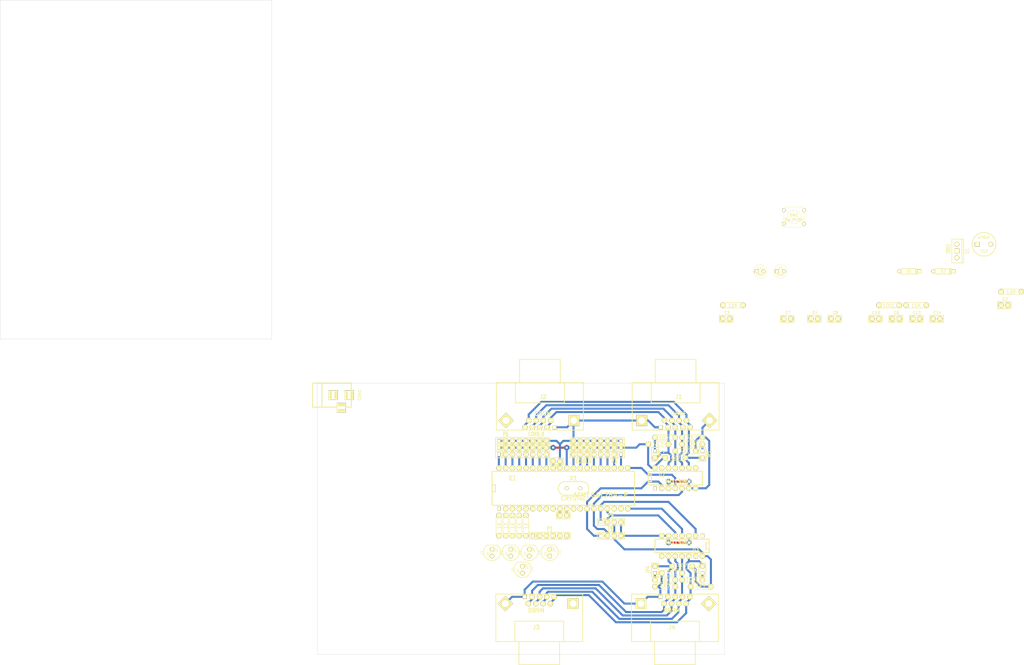
<source format=kicad_pcb>
(kicad_pcb (version 3) (host pcbnew "(2013-05-18 BZR 4017)-stable")

  (general
    (links 210)
    (no_connects 95)
    (area 27.889999 25.349999 411.48 274.726401)
    (thickness 1.6)
    (drawings 8)
    (tracks 315)
    (zones 0)
    (modules 66)
    (nets 57)
  )

  (page A3)
  (layers
    (15 F.Cu signal)
    (0 B.Cu signal)
    (17 F.Adhes user)
    (19 F.Paste user)
    (21 F.SilkS user)
    (23 F.Mask user)
    (28 Edge.Cuts user)
  )

  (setup
    (last_trace_width 0.254)
    (user_trace_width 0.762)
    (user_trace_width 1.016)
    (trace_clearance 0.254)
    (zone_clearance 0.508)
    (zone_45_only no)
    (trace_min 0.254)
    (segment_width 0.2)
    (edge_width 0.1)
    (via_size 0.889)
    (via_drill 0.635)
    (via_min_size 0.889)
    (via_min_drill 0.508)
    (user_via 2.032 0.8128)
    (uvia_size 0.508)
    (uvia_drill 0.127)
    (uvias_allowed no)
    (uvia_min_size 0.508)
    (uvia_min_drill 0.127)
    (pcb_text_width 0.3)
    (pcb_text_size 1.5 1.5)
    (mod_edge_width 0.15)
    (mod_text_size 1 1)
    (mod_text_width 0.15)
    (pad_size 4.064 4.064)
    (pad_drill 2.54)
    (pad_to_mask_clearance 0)
    (aux_axis_origin 0 0)
    (visible_elements 7FFFFFFF)
    (pcbplotparams
      (layerselection 3178497)
      (usegerberextensions true)
      (excludeedgelayer true)
      (linewidth 0.150000)
      (plotframeref false)
      (viasonmask false)
      (mode 1)
      (useauxorigin false)
      (hpglpennumber 1)
      (hpglpenspeed 20)
      (hpglpendiameter 15)
      (hpglpenoverlay 2)
      (psnegative false)
      (psa4output false)
      (plotreference true)
      (plotvalue true)
      (plotothertext true)
      (plotinvisibletext false)
      (padsonsilk false)
      (subtractmaskfromsilk false)
      (outputformat 1)
      (mirror false)
      (drillshape 1)
      (scaleselection 1)
      (outputdirectory ""))
  )

  (net 0 "")
  (net 1 /MISO)
  (net 2 /MOSI)
  (net 3 /R0_M)
  (net 4 /R0_S)
  (net 5 /R1_M)
  (net 6 /R1_S)
  (net 7 /RST)
  (net 8 /RTS_M)
  (net 9 /RTS_S)
  (net 10 /RX_M)
  (net 11 /RX_S)
  (net 12 /SCK)
  (net 13 /T0_M)
  (net 14 /T0_S)
  (net 15 /T1_M)
  (net 16 /T1_S)
  (net 17 /TX_M)
  (net 18 /TX_S)
  (net 19 GND)
  (net 20 N-0000010)
  (net 21 N-0000011)
  (net 22 N-0000012)
  (net 23 N-0000013)
  (net 24 N-0000014)
  (net 25 N-0000016)
  (net 26 N-0000017)
  (net 27 N-0000018)
  (net 28 N-0000019)
  (net 29 N-000002)
  (net 30 N-0000020)
  (net 31 N-0000021)
  (net 32 N-0000022)
  (net 33 N-0000033)
  (net 34 N-0000034)
  (net 35 N-0000035)
  (net 36 N-0000036)
  (net 37 N-0000037)
  (net 38 N-0000038)
  (net 39 N-0000039)
  (net 40 N-000004)
  (net 41 N-0000040)
  (net 42 N-0000042)
  (net 43 N-0000043)
  (net 44 N-000005)
  (net 45 N-0000052)
  (net 46 N-0000053)
  (net 47 N-0000055)
  (net 48 N-0000056)
  (net 49 N-0000057)
  (net 50 N-0000058)
  (net 51 N-000006)
  (net 52 N-0000063)
  (net 53 N-000007)
  (net 54 N-000008)
  (net 55 N-000009)
  (net 56 VCC)

  (net_class Default "This is the default net class."
    (clearance 0.254)
    (trace_width 0.254)
    (via_dia 0.889)
    (via_drill 0.635)
    (uvia_dia 0.508)
    (uvia_drill 0.127)
    (add_net "")
    (add_net /MISO)
    (add_net /MOSI)
    (add_net /R0_M)
    (add_net /R0_S)
    (add_net /R1_M)
    (add_net /R1_S)
    (add_net /RST)
    (add_net /RTS_M)
    (add_net /RTS_S)
    (add_net /RX_M)
    (add_net /RX_S)
    (add_net /SCK)
    (add_net /T0_M)
    (add_net /T0_S)
    (add_net /T1_M)
    (add_net /T1_S)
    (add_net /TX_M)
    (add_net /TX_S)
    (add_net GND)
    (add_net N-0000010)
    (add_net N-0000011)
    (add_net N-0000012)
    (add_net N-0000013)
    (add_net N-0000014)
    (add_net N-0000016)
    (add_net N-0000017)
    (add_net N-0000018)
    (add_net N-0000019)
    (add_net N-000002)
    (add_net N-0000020)
    (add_net N-0000021)
    (add_net N-0000022)
    (add_net N-0000033)
    (add_net N-0000034)
    (add_net N-0000035)
    (add_net N-0000036)
    (add_net N-0000037)
    (add_net N-0000038)
    (add_net N-0000039)
    (add_net N-000004)
    (add_net N-0000040)
    (add_net N-0000042)
    (add_net N-0000043)
    (add_net N-000005)
    (add_net N-0000052)
    (add_net N-0000053)
    (add_net N-0000055)
    (add_net N-0000056)
    (add_net N-0000057)
    (add_net N-0000058)
    (add_net N-000006)
    (add_net N-0000063)
    (add_net N-000007)
    (add_net N-000008)
    (add_net N-000009)
    (add_net VCC)
  )

  (module SW_PUSH_SMALL (layer F.Cu) (tedit 46544DB3) (tstamp 52B7953B)
    (at 325.12 106.68)
    (path /52A02E72)
    (fp_text reference SW1 (at 0 -0.762) (layer F.SilkS)
      (effects (font (size 1.016 1.016) (thickness 0.2032)))
    )
    (fp_text value SW_PUSH (at 0 1.016) (layer F.SilkS)
      (effects (font (size 1.016 1.016) (thickness 0.2032)))
    )
    (fp_circle (center 0 0) (end 0 -2.54) (layer F.SilkS) (width 0.127))
    (fp_line (start -3.81 -3.81) (end 3.81 -3.81) (layer F.SilkS) (width 0.127))
    (fp_line (start 3.81 -3.81) (end 3.81 3.81) (layer F.SilkS) (width 0.127))
    (fp_line (start 3.81 3.81) (end -3.81 3.81) (layer F.SilkS) (width 0.127))
    (fp_line (start -3.81 -3.81) (end -3.81 3.81) (layer F.SilkS) (width 0.127))
    (pad 1 thru_hole circle (at 3.81 -2.54) (size 1.397 1.397) (drill 0.8128)
      (layers *.Cu *.Mask F.SilkS)
      (net 19 GND)
    )
    (pad 2 thru_hole circle (at 3.81 2.54) (size 1.397 1.397) (drill 0.8128)
      (layers *.Cu *.Mask F.SilkS)
      (net 42 N-0000042)
    )
    (pad 1 thru_hole circle (at -3.81 -2.54) (size 1.397 1.397) (drill 0.8128)
      (layers *.Cu *.Mask F.SilkS)
      (net 19 GND)
    )
    (pad 2 thru_hole circle (at -3.81 2.54) (size 1.397 1.397) (drill 0.8128)
      (layers *.Cu *.Mask F.SilkS)
      (net 42 N-0000042)
    )
  )

  (module SIL-8 (layer F.Cu) (tedit 52B82B44) (tstamp 52B7954C)
    (at 223.52 195.58)
    (descr "Connecteur 8 pins")
    (tags "CONN DEV")
    (path /52B78ED4)
    (fp_text reference P2 (at -6.35 -2.54) (layer F.SilkS)
      (effects (font (size 1.72974 1.08712) (thickness 0.3048)))
    )
    (fp_text value CONN_8 (at 5.08 -2.54) (layer F.SilkS)
      (effects (font (size 1.524 1.016) (thickness 0.3048)))
    )
    (fp_line (start -10.16 -1.27) (end 10.16 -1.27) (layer F.SilkS) (width 0.3048))
    (fp_line (start 10.16 -1.27) (end 10.16 1.27) (layer F.SilkS) (width 0.3048))
    (fp_line (start 10.16 1.27) (end -10.16 1.27) (layer F.SilkS) (width 0.3048))
    (fp_line (start -10.16 1.27) (end -10.16 -1.27) (layer F.SilkS) (width 0.3048))
    (fp_line (start -7.62 1.27) (end -7.62 -1.27) (layer F.SilkS) (width 0.3048))
    (pad 1 thru_hole rect (at -8.89 0) (size 1.397 1.397) (drill 0.8128)
      (layers *.Cu *.Mask F.SilkS)
      (net 27 N-0000018)
    )
    (pad 2 thru_hole circle (at -6.35 0) (size 2.032 2.032) (drill 0.8128)
      (layers *.Cu *.Mask F.SilkS)
      (net 28 N-0000019)
    )
    (pad 3 thru_hole circle (at -3.81 0) (size 2.032 2.032) (drill 0.8128)
      (layers *.Cu *.Mask F.SilkS)
      (net 30 N-0000020)
    )
    (pad 4 thru_hole circle (at -1.27 0) (size 2.032 2.032) (drill 0.8128)
      (layers *.Cu *.Mask F.SilkS)
      (net 31 N-0000021)
    )
    (pad 5 thru_hole circle (at 1.27 0) (size 2.032 2.032) (drill 0.8128)
      (layers *.Cu *.Mask F.SilkS)
      (net 26 N-0000017)
    )
    (pad 6 thru_hole circle (at 3.81 0) (size 2.032 2.032) (drill 0.8128)
      (layers *.Cu *.Mask F.SilkS)
      (net 32 N-0000022)
    )
    (pad 7 thru_hole circle (at 6.35 0) (size 2.032 2.032) (drill 0.8128)
      (layers *.Cu *.Mask F.SilkS)
      (net 23 N-0000013)
    )
    (pad 8 thru_hole circle (at 8.89 0) (size 2.032 2.032) (drill 0.8128)
      (layers *.Cu *.Mask F.SilkS)
      (net 29 N-000002)
    )
  )

  (module SIL-8 (layer F.Cu) (tedit 200000) (tstamp 52B7955D)
    (at 223.52 193.04)
    (descr "Connecteur 8 pins")
    (tags "CONN DEV")
    (path /52B79409)
    (fp_text reference P4 (at -6.35 -2.54) (layer F.SilkS)
      (effects (font (size 1.72974 1.08712) (thickness 0.3048)))
    )
    (fp_text value CONN_8 (at 5.08 -2.54) (layer F.SilkS)
      (effects (font (size 1.524 1.016) (thickness 0.3048)))
    )
    (fp_line (start -10.16 -1.27) (end 10.16 -1.27) (layer F.SilkS) (width 0.3048))
    (fp_line (start 10.16 -1.27) (end 10.16 1.27) (layer F.SilkS) (width 0.3048))
    (fp_line (start 10.16 1.27) (end -10.16 1.27) (layer F.SilkS) (width 0.3048))
    (fp_line (start -10.16 1.27) (end -10.16 -1.27) (layer F.SilkS) (width 0.3048))
    (fp_line (start -7.62 1.27) (end -7.62 -1.27) (layer F.SilkS) (width 0.3048))
    (pad 1 thru_hole rect (at -8.89 0) (size 1.397 1.397) (drill 0.8128)
      (layers *.Cu *.Mask F.SilkS)
      (net 56 VCC)
    )
    (pad 2 thru_hole circle (at -6.35 0) (size 2.032 2.032) (drill 0.8128)
      (layers *.Cu *.Mask F.SilkS)
      (net 56 VCC)
    )
    (pad 3 thru_hole circle (at -3.81 0) (size 2.032 2.032) (drill 0.8128)
      (layers *.Cu *.Mask F.SilkS)
      (net 56 VCC)
    )
    (pad 4 thru_hole circle (at -1.27 0) (size 2.032 2.032) (drill 0.8128)
      (layers *.Cu *.Mask F.SilkS)
      (net 56 VCC)
    )
    (pad 5 thru_hole circle (at 1.27 0) (size 2.032 2.032) (drill 0.8128)
      (layers *.Cu *.Mask F.SilkS)
      (net 56 VCC)
    )
    (pad 6 thru_hole circle (at 3.81 0) (size 2.032 2.032) (drill 0.8128)
      (layers *.Cu *.Mask F.SilkS)
      (net 56 VCC)
    )
    (pad 7 thru_hole circle (at 6.35 0) (size 2.032 2.032) (drill 0.8128)
      (layers *.Cu *.Mask F.SilkS)
      (net 56 VCC)
    )
    (pad 8 thru_hole circle (at 8.89 0) (size 2.032 2.032) (drill 0.8128)
      (layers *.Cu *.Mask F.SilkS)
      (net 56 VCC)
    )
  )

  (module SIL-8 (layer F.Cu) (tedit 200000) (tstamp 52B7956E)
    (at 223.52 190.5)
    (descr "Connecteur 8 pins")
    (tags "CONN DEV")
    (path /52B79852)
    (fp_text reference P6 (at -6.35 -2.54) (layer F.SilkS)
      (effects (font (size 1.72974 1.08712) (thickness 0.3048)))
    )
    (fp_text value CONN_8 (at 5.08 -2.54) (layer F.SilkS)
      (effects (font (size 1.524 1.016) (thickness 0.3048)))
    )
    (fp_line (start -10.16 -1.27) (end 10.16 -1.27) (layer F.SilkS) (width 0.3048))
    (fp_line (start 10.16 -1.27) (end 10.16 1.27) (layer F.SilkS) (width 0.3048))
    (fp_line (start 10.16 1.27) (end -10.16 1.27) (layer F.SilkS) (width 0.3048))
    (fp_line (start -10.16 1.27) (end -10.16 -1.27) (layer F.SilkS) (width 0.3048))
    (fp_line (start -7.62 1.27) (end -7.62 -1.27) (layer F.SilkS) (width 0.3048))
    (pad 1 thru_hole rect (at -8.89 0) (size 1.397 1.397) (drill 0.8128)
      (layers *.Cu *.Mask F.SilkS)
      (net 19 GND)
    )
    (pad 2 thru_hole circle (at -6.35 0) (size 2.032 2.032) (drill 0.8128)
      (layers *.Cu *.Mask F.SilkS)
      (net 19 GND)
    )
    (pad 3 thru_hole circle (at -3.81 0) (size 2.032 2.032) (drill 0.8128)
      (layers *.Cu *.Mask F.SilkS)
      (net 19 GND)
    )
    (pad 4 thru_hole circle (at -1.27 0) (size 2.032 2.032) (drill 0.8128)
      (layers *.Cu *.Mask F.SilkS)
      (net 19 GND)
    )
    (pad 5 thru_hole circle (at 1.27 0) (size 2.032 2.032) (drill 0.8128)
      (layers *.Cu *.Mask F.SilkS)
      (net 19 GND)
    )
    (pad 6 thru_hole circle (at 3.81 0) (size 2.032 2.032) (drill 0.8128)
      (layers *.Cu *.Mask F.SilkS)
      (net 19 GND)
    )
    (pad 7 thru_hole circle (at 6.35 0) (size 2.032 2.032) (drill 0.8128)
      (layers *.Cu *.Mask F.SilkS)
      (net 19 GND)
    )
    (pad 8 thru_hole circle (at 8.89 0) (size 2.032 2.032) (drill 0.8128)
      (layers *.Cu *.Mask F.SilkS)
      (net 19 GND)
    )
  )

  (module SIL-8 (layer F.Cu) (tedit 200000) (tstamp 52B7957F)
    (at 251.46 195.58 180)
    (descr "Connecteur 8 pins")
    (tags "CONN DEV")
    (path /52B7A030)
    (fp_text reference P3 (at -6.35 -2.54 180) (layer F.SilkS)
      (effects (font (size 1.72974 1.08712) (thickness 0.3048)))
    )
    (fp_text value CONN_8 (at 5.08 -2.54 180) (layer F.SilkS)
      (effects (font (size 1.524 1.016) (thickness 0.3048)))
    )
    (fp_line (start -10.16 -1.27) (end 10.16 -1.27) (layer F.SilkS) (width 0.3048))
    (fp_line (start 10.16 -1.27) (end 10.16 1.27) (layer F.SilkS) (width 0.3048))
    (fp_line (start 10.16 1.27) (end -10.16 1.27) (layer F.SilkS) (width 0.3048))
    (fp_line (start -10.16 1.27) (end -10.16 -1.27) (layer F.SilkS) (width 0.3048))
    (fp_line (start -7.62 1.27) (end -7.62 -1.27) (layer F.SilkS) (width 0.3048))
    (pad 1 thru_hole rect (at -8.89 0 180) (size 1.397 1.397) (drill 0.8128)
      (layers *.Cu *.Mask F.SilkS)
      (net 22 N-0000012)
    )
    (pad 2 thru_hole circle (at -6.35 0 180) (size 2.032 2.032) (drill 0.8128)
      (layers *.Cu *.Mask F.SilkS)
      (net 55 N-000009)
    )
    (pad 3 thru_hole circle (at -3.81 0 180) (size 2.032 2.032) (drill 0.8128)
      (layers *.Cu *.Mask F.SilkS)
      (net 24 N-0000014)
    )
    (pad 4 thru_hole circle (at -1.27 0 180) (size 2.032 2.032) (drill 0.8128)
      (layers *.Cu *.Mask F.SilkS)
      (net 54 N-000008)
    )
    (pad 5 thru_hole circle (at 1.27 0 180) (size 2.032 2.032) (drill 0.8128)
      (layers *.Cu *.Mask F.SilkS)
      (net 40 N-000004)
    )
    (pad 6 thru_hole circle (at 3.81 0 180) (size 2.032 2.032) (drill 0.8128)
      (layers *.Cu *.Mask F.SilkS)
      (net 44 N-000005)
    )
    (pad 7 thru_hole circle (at 6.35 0 180) (size 2.032 2.032) (drill 0.8128)
      (layers *.Cu *.Mask F.SilkS)
      (net 51 N-000006)
    )
    (pad 8 thru_hole circle (at 8.89 0 180) (size 2.032 2.032) (drill 0.8128)
      (layers *.Cu *.Mask F.SilkS)
      (net 53 N-000007)
    )
  )

  (module SIL-8 (layer F.Cu) (tedit 200000) (tstamp 52B79590)
    (at 251.46 193.04 180)
    (descr "Connecteur 8 pins")
    (tags "CONN DEV")
    (path /52B7A03E)
    (fp_text reference P5 (at -6.35 -2.54 180) (layer F.SilkS)
      (effects (font (size 1.72974 1.08712) (thickness 0.3048)))
    )
    (fp_text value CONN_8 (at 5.08 -2.54 180) (layer F.SilkS)
      (effects (font (size 1.524 1.016) (thickness 0.3048)))
    )
    (fp_line (start -10.16 -1.27) (end 10.16 -1.27) (layer F.SilkS) (width 0.3048))
    (fp_line (start 10.16 -1.27) (end 10.16 1.27) (layer F.SilkS) (width 0.3048))
    (fp_line (start 10.16 1.27) (end -10.16 1.27) (layer F.SilkS) (width 0.3048))
    (fp_line (start -10.16 1.27) (end -10.16 -1.27) (layer F.SilkS) (width 0.3048))
    (fp_line (start -7.62 1.27) (end -7.62 -1.27) (layer F.SilkS) (width 0.3048))
    (pad 1 thru_hole rect (at -8.89 0 180) (size 1.397 1.397) (drill 0.8128)
      (layers *.Cu *.Mask F.SilkS)
      (net 56 VCC)
    )
    (pad 2 thru_hole circle (at -6.35 0 180) (size 2.032 2.032) (drill 0.8128)
      (layers *.Cu *.Mask F.SilkS)
      (net 56 VCC)
    )
    (pad 3 thru_hole circle (at -3.81 0 180) (size 2.032 2.032) (drill 0.8128)
      (layers *.Cu *.Mask F.SilkS)
      (net 56 VCC)
    )
    (pad 4 thru_hole circle (at -1.27 0 180) (size 2.032 2.032) (drill 0.8128)
      (layers *.Cu *.Mask F.SilkS)
      (net 56 VCC)
    )
    (pad 5 thru_hole circle (at 1.27 0 180) (size 2.032 2.032) (drill 0.8128)
      (layers *.Cu *.Mask F.SilkS)
      (net 56 VCC)
    )
    (pad 6 thru_hole circle (at 3.81 0 180) (size 2.032 2.032) (drill 0.8128)
      (layers *.Cu *.Mask F.SilkS)
      (net 56 VCC)
    )
    (pad 7 thru_hole circle (at 6.35 0 180) (size 2.032 2.032) (drill 0.8128)
      (layers *.Cu *.Mask F.SilkS)
      (net 56 VCC)
    )
    (pad 8 thru_hole circle (at 8.89 0 180) (size 2.032 2.032) (drill 0.8128)
      (layers *.Cu *.Mask F.SilkS)
      (net 56 VCC)
    )
  )

  (module SIL-8 (layer F.Cu) (tedit 200000) (tstamp 52B795A1)
    (at 251.46 190.5 180)
    (descr "Connecteur 8 pins")
    (tags "CONN DEV")
    (path /52B7A052)
    (fp_text reference P7 (at -6.35 -2.54 180) (layer F.SilkS)
      (effects (font (size 1.72974 1.08712) (thickness 0.3048)))
    )
    (fp_text value CONN_8 (at 5.08 -2.54 180) (layer F.SilkS)
      (effects (font (size 1.524 1.016) (thickness 0.3048)))
    )
    (fp_line (start -10.16 -1.27) (end 10.16 -1.27) (layer F.SilkS) (width 0.3048))
    (fp_line (start 10.16 -1.27) (end 10.16 1.27) (layer F.SilkS) (width 0.3048))
    (fp_line (start 10.16 1.27) (end -10.16 1.27) (layer F.SilkS) (width 0.3048))
    (fp_line (start -10.16 1.27) (end -10.16 -1.27) (layer F.SilkS) (width 0.3048))
    (fp_line (start -7.62 1.27) (end -7.62 -1.27) (layer F.SilkS) (width 0.3048))
    (pad 1 thru_hole rect (at -8.89 0 180) (size 1.397 1.397) (drill 0.8128)
      (layers *.Cu *.Mask F.SilkS)
      (net 19 GND)
    )
    (pad 2 thru_hole circle (at -6.35 0 180) (size 2.032 2.032) (drill 0.8128)
      (layers *.Cu *.Mask F.SilkS)
      (net 19 GND)
    )
    (pad 3 thru_hole circle (at -3.81 0 180) (size 2.032 2.032) (drill 0.8128)
      (layers *.Cu *.Mask F.SilkS)
      (net 19 GND)
    )
    (pad 4 thru_hole circle (at -1.27 0 180) (size 2.032 2.032) (drill 0.8128)
      (layers *.Cu *.Mask F.SilkS)
      (net 19 GND)
    )
    (pad 5 thru_hole circle (at 1.27 0 180) (size 2.032 2.032) (drill 0.8128)
      (layers *.Cu *.Mask F.SilkS)
      (net 19 GND)
    )
    (pad 6 thru_hole circle (at 3.81 0 180) (size 2.032 2.032) (drill 0.8128)
      (layers *.Cu *.Mask F.SilkS)
      (net 19 GND)
    )
    (pad 7 thru_hole circle (at 6.35 0 180) (size 2.032 2.032) (drill 0.8128)
      (layers *.Cu *.Mask F.SilkS)
      (net 19 GND)
    )
    (pad 8 thru_hole circle (at 8.89 0 180) (size 2.032 2.032) (drill 0.8128)
      (layers *.Cu *.Mask F.SilkS)
      (net 19 GND)
    )
  )

  (module SIL-6 (layer F.Cu) (tedit 52B82B3D) (tstamp 52B795B0)
    (at 233.68 226.06)
    (descr "Connecteur 6 pins")
    (tags "CONN DEV")
    (path /52B7AF67)
    (fp_text reference P1 (at 0 -2.54) (layer F.SilkS)
      (effects (font (size 1.72974 1.08712) (thickness 0.3048)))
    )
    (fp_text value CONN_6 (at 0 -2.54) (layer F.SilkS) hide
      (effects (font (size 1.524 1.016) (thickness 0.3048)))
    )
    (fp_line (start -7.62 1.27) (end -7.62 -1.27) (layer F.SilkS) (width 0.3048))
    (fp_line (start -7.62 -1.27) (end 7.62 -1.27) (layer F.SilkS) (width 0.3048))
    (fp_line (start 7.62 -1.27) (end 7.62 1.27) (layer F.SilkS) (width 0.3048))
    (fp_line (start 7.62 1.27) (end -7.62 1.27) (layer F.SilkS) (width 0.3048))
    (fp_line (start -5.08 1.27) (end -5.08 -1.27) (layer F.SilkS) (width 0.3048))
    (pad 1 thru_hole rect (at -6.35 0) (size 1.397 1.397) (drill 0.8128)
      (layers *.Cu *.Mask F.SilkS)
      (net 7 /RST)
    )
    (pad 2 thru_hole circle (at -3.81 0) (size 2.032 2.032) (drill 0.8128)
      (layers *.Cu *.Mask F.SilkS)
      (net 56 VCC)
    )
    (pad 3 thru_hole circle (at -1.27 0) (size 2.032 2.032) (drill 0.8128)
      (layers *.Cu *.Mask F.SilkS)
      (net 19 GND)
    )
    (pad 4 thru_hole circle (at 1.27 0) (size 2.032 2.032) (drill 0.8128)
      (layers *.Cu *.Mask F.SilkS)
      (net 1 /MISO)
    )
    (pad 5 thru_hole circle (at 3.81 0) (size 2.032 2.032) (drill 0.8128)
      (layers *.Cu *.Mask F.SilkS)
      (net 12 /SCK)
    )
    (pad 6 thru_hole circle (at 6.35 0) (size 2.032 2.032) (drill 0.8128)
      (layers *.Cu *.Mask F.SilkS)
      (net 2 /MOSI)
    )
  )

  (module SIL-4 (layer F.Cu) (tedit 200000) (tstamp 52B795BF)
    (at 256.54 220.98)
    (descr "Connecteur 4 pibs")
    (tags "CONN DEV")
    (path /52B7B5EA)
    (fp_text reference P9 (at 0 -2.54) (layer F.SilkS)
      (effects (font (size 1.73482 1.08712) (thickness 0.3048)))
    )
    (fp_text value CONN_4 (at 0 -2.54) (layer F.SilkS) hide
      (effects (font (size 1.524 1.016) (thickness 0.3048)))
    )
    (fp_line (start -5.08 -1.27) (end -5.08 -1.27) (layer F.SilkS) (width 0.3048))
    (fp_line (start -5.08 1.27) (end -5.08 -1.27) (layer F.SilkS) (width 0.3048))
    (fp_line (start -5.08 -1.27) (end -5.08 -1.27) (layer F.SilkS) (width 0.3048))
    (fp_line (start -5.08 -1.27) (end 5.08 -1.27) (layer F.SilkS) (width 0.3048))
    (fp_line (start 5.08 -1.27) (end 5.08 1.27) (layer F.SilkS) (width 0.3048))
    (fp_line (start 5.08 1.27) (end -5.08 1.27) (layer F.SilkS) (width 0.3048))
    (fp_line (start -2.54 1.27) (end -2.54 -1.27) (layer F.SilkS) (width 0.3048))
    (pad 1 thru_hole rect (at -3.81 0) (size 1.397 1.397) (drill 0.8128)
      (layers *.Cu *.Mask F.SilkS)
      (net 11 /RX_S)
    )
    (pad 2 thru_hole circle (at -1.27 0) (size 2.032 2.032) (drill 0.8128)
      (layers *.Cu *.Mask F.SilkS)
      (net 18 /TX_S)
    )
    (pad 3 thru_hole circle (at 1.27 0) (size 2.032 2.032) (drill 0.8128)
      (layers *.Cu *.Mask F.SilkS)
      (net 56 VCC)
    )
    (pad 4 thru_hole circle (at 3.81 0) (size 2.032 2.032) (drill 0.8128)
      (layers *.Cu *.Mask F.SilkS)
      (net 19 GND)
    )
  )

  (module SIL-4 (layer F.Cu) (tedit 52B82B4D) (tstamp 52B820F7)
    (at 256.54 226.06)
    (descr "Connecteur 4 pibs")
    (tags "CONN DEV")
    (path /52B7B3F3)
    (fp_text reference P8 (at 0 -2.54) (layer F.SilkS)
      (effects (font (size 1.73482 1.08712) (thickness 0.3048)))
    )
    (fp_text value CONN_4 (at 0 -2.54) (layer F.SilkS) hide
      (effects (font (size 1.524 1.016) (thickness 0.3048)))
    )
    (fp_line (start -5.08 -1.27) (end -5.08 -1.27) (layer F.SilkS) (width 0.3048))
    (fp_line (start -5.08 1.27) (end -5.08 -1.27) (layer F.SilkS) (width 0.3048))
    (fp_line (start -5.08 -1.27) (end -5.08 -1.27) (layer F.SilkS) (width 0.3048))
    (fp_line (start -5.08 -1.27) (end 5.08 -1.27) (layer F.SilkS) (width 0.3048))
    (fp_line (start 5.08 -1.27) (end 5.08 1.27) (layer F.SilkS) (width 0.3048))
    (fp_line (start 5.08 1.27) (end -5.08 1.27) (layer F.SilkS) (width 0.3048))
    (fp_line (start -2.54 1.27) (end -2.54 -1.27) (layer F.SilkS) (width 0.3048))
    (pad 1 thru_hole rect (at -3.81 0) (size 1.397 1.397) (drill 0.8128)
      (layers *.Cu *.Mask F.SilkS)
      (net 10 /RX_M)
    )
    (pad 2 thru_hole circle (at -1.27 0) (size 2.032 2.032) (drill 0.8128)
      (layers *.Cu *.Mask F.SilkS)
      (net 17 /TX_M)
    )
    (pad 3 thru_hole circle (at 1.27 0) (size 2.032 2.032) (drill 0.8128)
      (layers *.Cu *.Mask F.SilkS)
      (net 56 VCC)
    )
    (pad 4 thru_hole circle (at 3.81 0) (size 2.032 2.032) (drill 0.8128)
      (layers *.Cu *.Mask F.SilkS)
      (net 19 GND)
    )
  )

  (module SIL-2 (layer F.Cu) (tedit 200000) (tstamp 52B795D8)
    (at 273.05 195.58 270)
    (descr "Connecteurs 2 pins")
    (tags "CONN DEV")
    (path /52B0212A)
    (fp_text reference JP3 (at 0 -2.54 270) (layer F.SilkS)
      (effects (font (size 1.72974 1.08712) (thickness 0.3048)))
    )
    (fp_text value JUMPER (at 0 -2.54 270) (layer F.SilkS) hide
      (effects (font (size 1.524 1.016) (thickness 0.3048)))
    )
    (fp_line (start -2.54 1.27) (end -2.54 -1.27) (layer F.SilkS) (width 0.3048))
    (fp_line (start -2.54 -1.27) (end 2.54 -1.27) (layer F.SilkS) (width 0.3048))
    (fp_line (start 2.54 -1.27) (end 2.54 1.27) (layer F.SilkS) (width 0.3048))
    (fp_line (start 2.54 1.27) (end -2.54 1.27) (layer F.SilkS) (width 0.3048))
    (pad 1 thru_hole rect (at -1.27 0 270) (size 1.397 1.397) (drill 0.8128)
      (layers *.Cu *.Mask F.SilkS)
      (net 47 N-0000055)
    )
    (pad 2 thru_hole circle (at 1.27 0 270) (size 2.032 2.032) (drill 0.8128)
      (layers *.Cu *.Mask F.SilkS)
      (net 15 /T1_M)
    )
  )

  (module SIL-2 (layer F.Cu) (tedit 200000) (tstamp 52B795E2)
    (at 290.83 238.76 90)
    (descr "Connecteurs 2 pins")
    (tags "CONN DEV")
    (path /52B0222F)
    (fp_text reference JP2 (at 0 -2.54 90) (layer F.SilkS)
      (effects (font (size 1.72974 1.08712) (thickness 0.3048)))
    )
    (fp_text value JUMPER (at 0 -2.54 90) (layer F.SilkS) hide
      (effects (font (size 1.524 1.016) (thickness 0.3048)))
    )
    (fp_line (start -2.54 1.27) (end -2.54 -1.27) (layer F.SilkS) (width 0.3048))
    (fp_line (start -2.54 -1.27) (end 2.54 -1.27) (layer F.SilkS) (width 0.3048))
    (fp_line (start 2.54 -1.27) (end 2.54 1.27) (layer F.SilkS) (width 0.3048))
    (fp_line (start 2.54 1.27) (end -2.54 1.27) (layer F.SilkS) (width 0.3048))
    (pad 1 thru_hole rect (at -1.27 0 90) (size 1.397 1.397) (drill 0.8128)
      (layers *.Cu *.Mask F.SilkS)
      (net 48 N-0000056)
    )
    (pad 2 thru_hole circle (at 1.27 0 90) (size 2.032 2.032) (drill 0.8128)
      (layers *.Cu *.Mask F.SilkS)
      (net 6 /R1_S)
    )
  )

  (module SIL-2 (layer F.Cu) (tedit 52B7DBBE) (tstamp 52B795EC)
    (at 290.83 195.58 270)
    (descr "Connecteurs 2 pins")
    (tags "CONN DEV")
    (path /52B01E9E)
    (fp_text reference JP1 (at 0 -2.54 270) (layer F.SilkS)
      (effects (font (size 1.72974 1.08712) (thickness 0.3048)))
    )
    (fp_text value JUMPER (at 0 -2.54 270) (layer F.SilkS) hide
      (effects (font (size 1.524 1.016) (thickness 0.3048)))
    )
    (fp_line (start -2.54 1.27) (end -2.54 -1.27) (layer F.SilkS) (width 0.3048))
    (fp_line (start -2.54 -1.27) (end 2.54 -1.27) (layer F.SilkS) (width 0.3048))
    (fp_line (start 2.54 -1.27) (end 2.54 1.27) (layer F.SilkS) (width 0.3048))
    (fp_line (start 2.54 1.27) (end -2.54 1.27) (layer F.SilkS) (width 0.3048))
    (pad 1 thru_hole rect (at -1.27 0 270) (size 1.397 1.397) (drill 0.8128)
      (layers *.Cu *.Mask F.SilkS)
      (net 49 N-0000057)
    )
    (pad 2 thru_hole circle (at 1.27 0 270) (size 2.032 2.032) (drill 0.8128)
      (layers *.Cu *.Mask F.SilkS)
      (net 5 /R1_M)
    )
  )

  (module SIL-2 (layer F.Cu) (tedit 200000) (tstamp 52B795F6)
    (at 273.05 238.76 90)
    (descr "Connecteurs 2 pins")
    (tags "CONN DEV")
    (path /52B0225A)
    (fp_text reference JP4 (at 0 -2.54 90) (layer F.SilkS)
      (effects (font (size 1.72974 1.08712) (thickness 0.3048)))
    )
    (fp_text value JUMPER (at 0 -2.54 90) (layer F.SilkS) hide
      (effects (font (size 1.524 1.016) (thickness 0.3048)))
    )
    (fp_line (start -2.54 1.27) (end -2.54 -1.27) (layer F.SilkS) (width 0.3048))
    (fp_line (start -2.54 -1.27) (end 2.54 -1.27) (layer F.SilkS) (width 0.3048))
    (fp_line (start 2.54 -1.27) (end 2.54 1.27) (layer F.SilkS) (width 0.3048))
    (fp_line (start 2.54 1.27) (end -2.54 1.27) (layer F.SilkS) (width 0.3048))
    (pad 1 thru_hole rect (at -1.27 0 90) (size 1.397 1.397) (drill 0.8128)
      (layers *.Cu *.Mask F.SilkS)
      (net 52 N-0000063)
    )
    (pad 2 thru_hole circle (at 1.27 0 90) (size 2.032 2.032) (drill 0.8128)
      (layers *.Cu *.Mask F.SilkS)
      (net 16 /T1_S)
    )
  )

  (module R3 (layer F.Cu) (tedit 4E4C0E65) (tstamp 52B79604)
    (at 276.86 242.57)
    (descr "Resitance 3 pas")
    (tags R)
    (path /52B02260)
    (autoplace_cost180 10)
    (fp_text reference R20 (at 0 0.127) (layer F.SilkS) hide
      (effects (font (size 1.397 1.27) (thickness 0.2032)))
    )
    (fp_text value 100E (at 0 0.127) (layer F.SilkS)
      (effects (font (size 1.397 1.27) (thickness 0.2032)))
    )
    (fp_line (start -3.81 0) (end -3.302 0) (layer F.SilkS) (width 0.2032))
    (fp_line (start 3.81 0) (end 3.302 0) (layer F.SilkS) (width 0.2032))
    (fp_line (start 3.302 0) (end 3.302 -1.016) (layer F.SilkS) (width 0.2032))
    (fp_line (start 3.302 -1.016) (end -3.302 -1.016) (layer F.SilkS) (width 0.2032))
    (fp_line (start -3.302 -1.016) (end -3.302 1.016) (layer F.SilkS) (width 0.2032))
    (fp_line (start -3.302 1.016) (end 3.302 1.016) (layer F.SilkS) (width 0.2032))
    (fp_line (start 3.302 1.016) (end 3.302 0) (layer F.SilkS) (width 0.2032))
    (fp_line (start -3.302 -0.508) (end -2.794 -1.016) (layer F.SilkS) (width 0.2032))
    (pad 1 thru_hole circle (at -3.81 0) (size 2.032 2.032) (drill 0.8128)
      (layers *.Cu *.Mask F.SilkS)
      (net 52 N-0000063)
    )
    (pad 2 thru_hole circle (at 3.81 0) (size 2.032 2.032) (drill 0.8128)
      (layers *.Cu *.Mask F.SilkS)
      (net 14 /T0_S)
    )
    (model discret/resistor.wrl
      (at (xyz 0 0 0))
      (scale (xyz 0.3 0.3 0.3))
      (rotate (xyz 0 0 0))
    )
  )

  (module R3 (layer F.Cu) (tedit 4E4C0E65) (tstamp 52B79612)
    (at 283.21 237.49 180)
    (descr "Resitance 3 pas")
    (tags R)
    (path /52B02254)
    (autoplace_cost180 10)
    (fp_text reference R19 (at 0 0.127 180) (layer F.SilkS) hide
      (effects (font (size 1.397 1.27) (thickness 0.2032)))
    )
    (fp_text value 4K7 (at 0 0.127 180) (layer F.SilkS)
      (effects (font (size 1.397 1.27) (thickness 0.2032)))
    )
    (fp_line (start -3.81 0) (end -3.302 0) (layer F.SilkS) (width 0.2032))
    (fp_line (start 3.81 0) (end 3.302 0) (layer F.SilkS) (width 0.2032))
    (fp_line (start 3.302 0) (end 3.302 -1.016) (layer F.SilkS) (width 0.2032))
    (fp_line (start 3.302 -1.016) (end -3.302 -1.016) (layer F.SilkS) (width 0.2032))
    (fp_line (start -3.302 -1.016) (end -3.302 1.016) (layer F.SilkS) (width 0.2032))
    (fp_line (start -3.302 1.016) (end 3.302 1.016) (layer F.SilkS) (width 0.2032))
    (fp_line (start 3.302 1.016) (end 3.302 0) (layer F.SilkS) (width 0.2032))
    (fp_line (start -3.302 -0.508) (end -2.794 -1.016) (layer F.SilkS) (width 0.2032))
    (pad 1 thru_hole circle (at -3.81 0 180) (size 2.032 2.032) (drill 0.8128)
      (layers *.Cu *.Mask F.SilkS)
      (net 56 VCC)
    )
    (pad 2 thru_hole circle (at 3.81 0 180) (size 2.032 2.032) (drill 0.8128)
      (layers *.Cu *.Mask F.SilkS)
      (net 16 /T1_S)
    )
    (model discret/resistor.wrl
      (at (xyz 0 0 0))
      (scale (xyz 0.3 0.3 0.3))
      (rotate (xyz 0 0 0))
    )
  )

  (module R3 (layer F.Cu) (tedit 4E4C0E65) (tstamp 52B79620)
    (at 276.86 245.11 180)
    (descr "Resitance 3 pas")
    (tags R)
    (path /52B0224E)
    (autoplace_cost180 10)
    (fp_text reference R21 (at 0 0.127 180) (layer F.SilkS) hide
      (effects (font (size 1.397 1.27) (thickness 0.2032)))
    )
    (fp_text value 4K7 (at 0 0.127 180) (layer F.SilkS)
      (effects (font (size 1.397 1.27) (thickness 0.2032)))
    )
    (fp_line (start -3.81 0) (end -3.302 0) (layer F.SilkS) (width 0.2032))
    (fp_line (start 3.81 0) (end 3.302 0) (layer F.SilkS) (width 0.2032))
    (fp_line (start 3.302 0) (end 3.302 -1.016) (layer F.SilkS) (width 0.2032))
    (fp_line (start 3.302 -1.016) (end -3.302 -1.016) (layer F.SilkS) (width 0.2032))
    (fp_line (start -3.302 -1.016) (end -3.302 1.016) (layer F.SilkS) (width 0.2032))
    (fp_line (start -3.302 1.016) (end 3.302 1.016) (layer F.SilkS) (width 0.2032))
    (fp_line (start 3.302 1.016) (end 3.302 0) (layer F.SilkS) (width 0.2032))
    (fp_line (start -3.302 -0.508) (end -2.794 -1.016) (layer F.SilkS) (width 0.2032))
    (pad 1 thru_hole circle (at -3.81 0 180) (size 2.032 2.032) (drill 0.8128)
      (layers *.Cu *.Mask F.SilkS)
      (net 14 /T0_S)
    )
    (pad 2 thru_hole circle (at 3.81 0 180) (size 2.032 2.032) (drill 0.8128)
      (layers *.Cu *.Mask F.SilkS)
      (net 19 GND)
    )
    (model discret/resistor.wrl
      (at (xyz 0 0 0))
      (scale (xyz 0.3 0.3 0.3))
      (rotate (xyz 0 0 0))
    )
  )

  (module R3 (layer F.Cu) (tedit 4E4C0E65) (tstamp 52B7962E)
    (at 287.02 242.57 180)
    (descr "Resitance 3 pas")
    (tags R)
    (path /52B02235)
    (autoplace_cost180 10)
    (fp_text reference R14 (at 0 0.127 180) (layer F.SilkS) hide
      (effects (font (size 1.397 1.27) (thickness 0.2032)))
    )
    (fp_text value 100E (at 0 0.127 180) (layer F.SilkS)
      (effects (font (size 1.397 1.27) (thickness 0.2032)))
    )
    (fp_line (start -3.81 0) (end -3.302 0) (layer F.SilkS) (width 0.2032))
    (fp_line (start 3.81 0) (end 3.302 0) (layer F.SilkS) (width 0.2032))
    (fp_line (start 3.302 0) (end 3.302 -1.016) (layer F.SilkS) (width 0.2032))
    (fp_line (start 3.302 -1.016) (end -3.302 -1.016) (layer F.SilkS) (width 0.2032))
    (fp_line (start -3.302 -1.016) (end -3.302 1.016) (layer F.SilkS) (width 0.2032))
    (fp_line (start -3.302 1.016) (end 3.302 1.016) (layer F.SilkS) (width 0.2032))
    (fp_line (start 3.302 1.016) (end 3.302 0) (layer F.SilkS) (width 0.2032))
    (fp_line (start -3.302 -0.508) (end -2.794 -1.016) (layer F.SilkS) (width 0.2032))
    (pad 1 thru_hole circle (at -3.81 0 180) (size 2.032 2.032) (drill 0.8128)
      (layers *.Cu *.Mask F.SilkS)
      (net 48 N-0000056)
    )
    (pad 2 thru_hole circle (at 3.81 0 180) (size 2.032 2.032) (drill 0.8128)
      (layers *.Cu *.Mask F.SilkS)
      (net 4 /R0_S)
    )
    (model discret/resistor.wrl
      (at (xyz 0 0 0))
      (scale (xyz 0.3 0.3 0.3))
      (rotate (xyz 0 0 0))
    )
  )

  (module R3 (layer F.Cu) (tedit 4E4C0E65) (tstamp 52B7963C)
    (at 222.25 222.25 90)
    (descr "Resitance 3 pas")
    (tags R)
    (path /52B7A0B2)
    (autoplace_cost180 10)
    (fp_text reference R6 (at 0 0.127 90) (layer F.SilkS) hide
      (effects (font (size 1.397 1.27) (thickness 0.2032)))
    )
    (fp_text value 1K (at 0 0.127 90) (layer F.SilkS)
      (effects (font (size 1.397 1.27) (thickness 0.2032)))
    )
    (fp_line (start -3.81 0) (end -3.302 0) (layer F.SilkS) (width 0.2032))
    (fp_line (start 3.81 0) (end 3.302 0) (layer F.SilkS) (width 0.2032))
    (fp_line (start 3.302 0) (end 3.302 -1.016) (layer F.SilkS) (width 0.2032))
    (fp_line (start 3.302 -1.016) (end -3.302 -1.016) (layer F.SilkS) (width 0.2032))
    (fp_line (start -3.302 -1.016) (end -3.302 1.016) (layer F.SilkS) (width 0.2032))
    (fp_line (start -3.302 1.016) (end 3.302 1.016) (layer F.SilkS) (width 0.2032))
    (fp_line (start 3.302 1.016) (end 3.302 0) (layer F.SilkS) (width 0.2032))
    (fp_line (start -3.302 -0.508) (end -2.794 -1.016) (layer F.SilkS) (width 0.2032))
    (pad 1 thru_hole circle (at -3.81 0 90) (size 2.032 2.032) (drill 0.8128)
      (layers *.Cu *.Mask F.SilkS)
      (net 38 N-0000038)
    )
    (pad 2 thru_hole circle (at 3.81 0 90) (size 2.032 2.032) (drill 0.8128)
      (layers *.Cu *.Mask F.SilkS)
      (net 21 N-0000011)
    )
    (model discret/resistor.wrl
      (at (xyz 0 0 0))
      (scale (xyz 0.3 0.3 0.3))
      (rotate (xyz 0 0 0))
    )
  )

  (module R3 (layer F.Cu) (tedit 4E4C0E65) (tstamp 52B7964A)
    (at 224.79 222.25 90)
    (descr "Resitance 3 pas")
    (tags R)
    (path /52B79AC5)
    (autoplace_cost180 10)
    (fp_text reference R7 (at 0 0.127 90) (layer F.SilkS) hide
      (effects (font (size 1.397 1.27) (thickness 0.2032)))
    )
    (fp_text value 1K (at 0 0.127 90) (layer F.SilkS)
      (effects (font (size 1.397 1.27) (thickness 0.2032)))
    )
    (fp_line (start -3.81 0) (end -3.302 0) (layer F.SilkS) (width 0.2032))
    (fp_line (start 3.81 0) (end 3.302 0) (layer F.SilkS) (width 0.2032))
    (fp_line (start 3.302 0) (end 3.302 -1.016) (layer F.SilkS) (width 0.2032))
    (fp_line (start 3.302 -1.016) (end -3.302 -1.016) (layer F.SilkS) (width 0.2032))
    (fp_line (start -3.302 -1.016) (end -3.302 1.016) (layer F.SilkS) (width 0.2032))
    (fp_line (start -3.302 1.016) (end 3.302 1.016) (layer F.SilkS) (width 0.2032))
    (fp_line (start 3.302 1.016) (end 3.302 0) (layer F.SilkS) (width 0.2032))
    (fp_line (start -3.302 -0.508) (end -2.794 -1.016) (layer F.SilkS) (width 0.2032))
    (pad 1 thru_hole circle (at -3.81 0 90) (size 2.032 2.032) (drill 0.8128)
      (layers *.Cu *.Mask F.SilkS)
      (net 41 N-0000040)
    )
    (pad 2 thru_hole circle (at 3.81 0 90) (size 2.032 2.032) (drill 0.8128)
      (layers *.Cu *.Mask F.SilkS)
      (net 20 N-0000010)
    )
    (model discret/resistor.wrl
      (at (xyz 0 0 0))
      (scale (xyz 0.3 0.3 0.3))
      (rotate (xyz 0 0 0))
    )
  )

  (module R3 (layer F.Cu) (tedit 4E4C0E65) (tstamp 52B79658)
    (at 290.195 245.11 180)
    (descr "Resitance 3 pas")
    (tags R)
    (path /52B02229)
    (autoplace_cost180 10)
    (fp_text reference R13 (at 0 0.127 180) (layer F.SilkS) hide
      (effects (font (size 1.397 1.27) (thickness 0.2032)))
    )
    (fp_text value 4K7 (at 0 0.127 180) (layer F.SilkS)
      (effects (font (size 1.397 1.27) (thickness 0.2032)))
    )
    (fp_line (start -3.81 0) (end -3.302 0) (layer F.SilkS) (width 0.2032))
    (fp_line (start 3.81 0) (end 3.302 0) (layer F.SilkS) (width 0.2032))
    (fp_line (start 3.302 0) (end 3.302 -1.016) (layer F.SilkS) (width 0.2032))
    (fp_line (start 3.302 -1.016) (end -3.302 -1.016) (layer F.SilkS) (width 0.2032))
    (fp_line (start -3.302 -1.016) (end -3.302 1.016) (layer F.SilkS) (width 0.2032))
    (fp_line (start -3.302 1.016) (end 3.302 1.016) (layer F.SilkS) (width 0.2032))
    (fp_line (start 3.302 1.016) (end 3.302 0) (layer F.SilkS) (width 0.2032))
    (fp_line (start -3.302 -0.508) (end -2.794 -1.016) (layer F.SilkS) (width 0.2032))
    (pad 1 thru_hole circle (at -3.81 0 180) (size 2.032 2.032) (drill 0.8128)
      (layers *.Cu *.Mask F.SilkS)
      (net 56 VCC)
    )
    (pad 2 thru_hole circle (at 3.81 0 180) (size 2.032 2.032) (drill 0.8128)
      (layers *.Cu *.Mask F.SilkS)
      (net 6 /R1_S)
    )
    (model discret/resistor.wrl
      (at (xyz 0 0 0))
      (scale (xyz 0.3 0.3 0.3))
      (rotate (xyz 0 0 0))
    )
  )

  (module R3 (layer F.Cu) (tedit 4E4C0E65) (tstamp 52B79666)
    (at 279.4 240.03 180)
    (descr "Resitance 3 pas")
    (tags R)
    (path /52B02223)
    (autoplace_cost180 10)
    (fp_text reference R15 (at 0 0.127 180) (layer F.SilkS) hide
      (effects (font (size 1.397 1.27) (thickness 0.2032)))
    )
    (fp_text value 4K7 (at 0 0.127 180) (layer F.SilkS)
      (effects (font (size 1.397 1.27) (thickness 0.2032)))
    )
    (fp_line (start -3.81 0) (end -3.302 0) (layer F.SilkS) (width 0.2032))
    (fp_line (start 3.81 0) (end 3.302 0) (layer F.SilkS) (width 0.2032))
    (fp_line (start 3.302 0) (end 3.302 -1.016) (layer F.SilkS) (width 0.2032))
    (fp_line (start 3.302 -1.016) (end -3.302 -1.016) (layer F.SilkS) (width 0.2032))
    (fp_line (start -3.302 -1.016) (end -3.302 1.016) (layer F.SilkS) (width 0.2032))
    (fp_line (start -3.302 1.016) (end 3.302 1.016) (layer F.SilkS) (width 0.2032))
    (fp_line (start 3.302 1.016) (end 3.302 0) (layer F.SilkS) (width 0.2032))
    (fp_line (start -3.302 -0.508) (end -2.794 -1.016) (layer F.SilkS) (width 0.2032))
    (pad 1 thru_hole circle (at -3.81 0 180) (size 2.032 2.032) (drill 0.8128)
      (layers *.Cu *.Mask F.SilkS)
      (net 4 /R0_S)
    )
    (pad 2 thru_hole circle (at 3.81 0 180) (size 2.032 2.032) (drill 0.8128)
      (layers *.Cu *.Mask F.SilkS)
      (net 19 GND)
    )
    (model discret/resistor.wrl
      (at (xyz 0 0 0))
      (scale (xyz 0.3 0.3 0.3))
      (rotate (xyz 0 0 0))
    )
  )

  (module R3 (layer F.Cu) (tedit 52B7D886) (tstamp 52B79674)
    (at 274.32 191.77)
    (descr "Resitance 3 pas")
    (tags R)
    (path /52B02124)
    (autoplace_cost180 10)
    (fp_text reference R16 (at 0 0.127) (layer F.SilkS) hide
      (effects (font (size 1.397 1.27) (thickness 0.2032)))
    )
    (fp_text value 4K7 (at 0 0.127) (layer F.SilkS)
      (effects (font (size 1.397 1.27) (thickness 0.2032)))
    )
    (fp_line (start -3.81 0) (end -3.302 0) (layer F.SilkS) (width 0.2032))
    (fp_line (start 3.81 0) (end 3.302 0) (layer F.SilkS) (width 0.2032))
    (fp_line (start 3.302 0) (end 3.302 -1.016) (layer F.SilkS) (width 0.2032))
    (fp_line (start 3.302 -1.016) (end -3.302 -1.016) (layer F.SilkS) (width 0.2032))
    (fp_line (start -3.302 -1.016) (end -3.302 1.016) (layer F.SilkS) (width 0.2032))
    (fp_line (start -3.302 1.016) (end 3.302 1.016) (layer F.SilkS) (width 0.2032))
    (fp_line (start 3.302 1.016) (end 3.302 0) (layer F.SilkS) (width 0.2032))
    (fp_line (start -3.302 -0.508) (end -2.794 -1.016) (layer F.SilkS) (width 0.2032))
    (pad 1 thru_hole circle (at -3.81 0) (size 2.032 2.032) (drill 0.8128)
      (layers *.Cu *.Mask F.SilkS)
      (net 56 VCC)
    )
    (pad 2 thru_hole circle (at 3.81 0) (size 2.032 2.032) (drill 0.8128)
      (layers *.Cu *.Mask F.SilkS)
      (net 15 /T1_M)
    )
    (model discret/resistor.wrl
      (at (xyz 0 0 0))
      (scale (xyz 0.3 0.3 0.3))
      (rotate (xyz 0 0 0))
    )
  )

  (module R3 (layer F.Cu) (tedit 4E4C0E65) (tstamp 52B7DB94)
    (at 276.86 189.23)
    (descr "Resitance 3 pas")
    (tags R)
    (path /52B02130)
    (autoplace_cost180 10)
    (fp_text reference R17 (at 0 0.127) (layer F.SilkS) hide
      (effects (font (size 1.397 1.27) (thickness 0.2032)))
    )
    (fp_text value 100E (at 0 0.127) (layer F.SilkS)
      (effects (font (size 1.397 1.27) (thickness 0.2032)))
    )
    (fp_line (start -3.81 0) (end -3.302 0) (layer F.SilkS) (width 0.2032))
    (fp_line (start 3.81 0) (end 3.302 0) (layer F.SilkS) (width 0.2032))
    (fp_line (start 3.302 0) (end 3.302 -1.016) (layer F.SilkS) (width 0.2032))
    (fp_line (start 3.302 -1.016) (end -3.302 -1.016) (layer F.SilkS) (width 0.2032))
    (fp_line (start -3.302 -1.016) (end -3.302 1.016) (layer F.SilkS) (width 0.2032))
    (fp_line (start -3.302 1.016) (end 3.302 1.016) (layer F.SilkS) (width 0.2032))
    (fp_line (start 3.302 1.016) (end 3.302 0) (layer F.SilkS) (width 0.2032))
    (fp_line (start -3.302 -0.508) (end -2.794 -1.016) (layer F.SilkS) (width 0.2032))
    (pad 1 thru_hole circle (at -3.81 0) (size 2.032 2.032) (drill 0.8128)
      (layers *.Cu *.Mask F.SilkS)
      (net 47 N-0000055)
    )
    (pad 2 thru_hole circle (at 3.81 0) (size 2.032 2.032) (drill 0.8128)
      (layers *.Cu *.Mask F.SilkS)
      (net 13 /T0_M)
    )
    (model discret/resistor.wrl
      (at (xyz 0 0 0))
      (scale (xyz 0.3 0.3 0.3))
      (rotate (xyz 0 0 0))
    )
  )

  (module R3 (layer F.Cu) (tedit 4E4C0E65) (tstamp 52B79690)
    (at 370.84 139.7)
    (descr "Resitance 3 pas")
    (tags R)
    (path /52A02ECC)
    (autoplace_cost180 10)
    (fp_text reference R2 (at 0 0.127) (layer F.SilkS) hide
      (effects (font (size 1.397 1.27) (thickness 0.2032)))
    )
    (fp_text value 10K (at 0 0.127) (layer F.SilkS)
      (effects (font (size 1.397 1.27) (thickness 0.2032)))
    )
    (fp_line (start -3.81 0) (end -3.302 0) (layer F.SilkS) (width 0.2032))
    (fp_line (start 3.81 0) (end 3.302 0) (layer F.SilkS) (width 0.2032))
    (fp_line (start 3.302 0) (end 3.302 -1.016) (layer F.SilkS) (width 0.2032))
    (fp_line (start 3.302 -1.016) (end -3.302 -1.016) (layer F.SilkS) (width 0.2032))
    (fp_line (start -3.302 -1.016) (end -3.302 1.016) (layer F.SilkS) (width 0.2032))
    (fp_line (start -3.302 1.016) (end 3.302 1.016) (layer F.SilkS) (width 0.2032))
    (fp_line (start 3.302 1.016) (end 3.302 0) (layer F.SilkS) (width 0.2032))
    (fp_line (start -3.302 -0.508) (end -2.794 -1.016) (layer F.SilkS) (width 0.2032))
    (pad 1 thru_hole circle (at -3.81 0) (size 2.032 2.032) (drill 0.8128)
      (layers *.Cu *.Mask F.SilkS)
      (net 56 VCC)
    )
    (pad 2 thru_hole circle (at 3.81 0) (size 2.032 2.032) (drill 0.8128)
      (layers *.Cu *.Mask F.SilkS)
      (net 7 /RST)
    )
    (model discret/resistor.wrl
      (at (xyz 0 0 0))
      (scale (xyz 0.3 0.3 0.3))
      (rotate (xyz 0 0 0))
    )
  )

  (module R3 (layer F.Cu) (tedit 4E4C0E65) (tstamp 52B7969E)
    (at 360.68 139.7)
    (descr "Resitance 3 pas")
    (tags R)
    (path /52A02F16)
    (autoplace_cost180 10)
    (fp_text reference R1 (at 0 0.127) (layer F.SilkS) hide
      (effects (font (size 1.397 1.27) (thickness 0.2032)))
    )
    (fp_text value 100E (at 0 0.127) (layer F.SilkS)
      (effects (font (size 1.397 1.27) (thickness 0.2032)))
    )
    (fp_line (start -3.81 0) (end -3.302 0) (layer F.SilkS) (width 0.2032))
    (fp_line (start 3.81 0) (end 3.302 0) (layer F.SilkS) (width 0.2032))
    (fp_line (start 3.302 0) (end 3.302 -1.016) (layer F.SilkS) (width 0.2032))
    (fp_line (start 3.302 -1.016) (end -3.302 -1.016) (layer F.SilkS) (width 0.2032))
    (fp_line (start -3.302 -1.016) (end -3.302 1.016) (layer F.SilkS) (width 0.2032))
    (fp_line (start -3.302 1.016) (end 3.302 1.016) (layer F.SilkS) (width 0.2032))
    (fp_line (start 3.302 1.016) (end 3.302 0) (layer F.SilkS) (width 0.2032))
    (fp_line (start -3.302 -0.508) (end -2.794 -1.016) (layer F.SilkS) (width 0.2032))
    (pad 1 thru_hole circle (at -3.81 0) (size 2.032 2.032) (drill 0.8128)
      (layers *.Cu *.Mask F.SilkS)
      (net 7 /RST)
    )
    (pad 2 thru_hole circle (at 3.81 0) (size 2.032 2.032) (drill 0.8128)
      (layers *.Cu *.Mask F.SilkS)
      (net 42 N-0000042)
    )
    (model discret/resistor.wrl
      (at (xyz 0 0 0))
      (scale (xyz 0.3 0.3 0.3))
      (rotate (xyz 0 0 0))
    )
  )

  (module R3 (layer F.Cu) (tedit 4E4C0E65) (tstamp 52B796AC)
    (at 214.63 222.25 90)
    (descr "Resitance 3 pas")
    (tags R)
    (path /52B7A0C4)
    (autoplace_cost180 10)
    (fp_text reference R3 (at 0 0.127 90) (layer F.SilkS) hide
      (effects (font (size 1.397 1.27) (thickness 0.2032)))
    )
    (fp_text value 1K (at 0 0.127 90) (layer F.SilkS)
      (effects (font (size 1.397 1.27) (thickness 0.2032)))
    )
    (fp_line (start -3.81 0) (end -3.302 0) (layer F.SilkS) (width 0.2032))
    (fp_line (start 3.81 0) (end 3.302 0) (layer F.SilkS) (width 0.2032))
    (fp_line (start 3.302 0) (end 3.302 -1.016) (layer F.SilkS) (width 0.2032))
    (fp_line (start 3.302 -1.016) (end -3.302 -1.016) (layer F.SilkS) (width 0.2032))
    (fp_line (start -3.302 -1.016) (end -3.302 1.016) (layer F.SilkS) (width 0.2032))
    (fp_line (start -3.302 1.016) (end 3.302 1.016) (layer F.SilkS) (width 0.2032))
    (fp_line (start 3.302 1.016) (end 3.302 0) (layer F.SilkS) (width 0.2032))
    (fp_line (start -3.302 -0.508) (end -2.794 -1.016) (layer F.SilkS) (width 0.2032))
    (pad 1 thru_hole circle (at -3.81 0 90) (size 2.032 2.032) (drill 0.8128)
      (layers *.Cu *.Mask F.SilkS)
      (net 36 N-0000036)
    )
    (pad 2 thru_hole circle (at 3.81 0 90) (size 2.032 2.032) (drill 0.8128)
      (layers *.Cu *.Mask F.SilkS)
      (net 37 N-0000037)
    )
    (model discret/resistor.wrl
      (at (xyz 0 0 0))
      (scale (xyz 0.3 0.3 0.3))
      (rotate (xyz 0 0 0))
    )
  )

  (module R3 (layer F.Cu) (tedit 4E4C0E65) (tstamp 52B796BA)
    (at 217.17 222.25 90)
    (descr "Resitance 3 pas")
    (tags R)
    (path /52B7A0BE)
    (autoplace_cost180 10)
    (fp_text reference R4 (at 0 0.127 90) (layer F.SilkS) hide
      (effects (font (size 1.397 1.27) (thickness 0.2032)))
    )
    (fp_text value 1K (at 0 0.127 90) (layer F.SilkS)
      (effects (font (size 1.397 1.27) (thickness 0.2032)))
    )
    (fp_line (start -3.81 0) (end -3.302 0) (layer F.SilkS) (width 0.2032))
    (fp_line (start 3.81 0) (end 3.302 0) (layer F.SilkS) (width 0.2032))
    (fp_line (start 3.302 0) (end 3.302 -1.016) (layer F.SilkS) (width 0.2032))
    (fp_line (start 3.302 -1.016) (end -3.302 -1.016) (layer F.SilkS) (width 0.2032))
    (fp_line (start -3.302 -1.016) (end -3.302 1.016) (layer F.SilkS) (width 0.2032))
    (fp_line (start -3.302 1.016) (end 3.302 1.016) (layer F.SilkS) (width 0.2032))
    (fp_line (start 3.302 1.016) (end 3.302 0) (layer F.SilkS) (width 0.2032))
    (fp_line (start -3.302 -0.508) (end -2.794 -1.016) (layer F.SilkS) (width 0.2032))
    (pad 1 thru_hole circle (at -3.81 0 90) (size 2.032 2.032) (drill 0.8128)
      (layers *.Cu *.Mask F.SilkS)
      (net 34 N-0000034)
    )
    (pad 2 thru_hole circle (at 3.81 0 90) (size 2.032 2.032) (drill 0.8128)
      (layers *.Cu *.Mask F.SilkS)
      (net 35 N-0000035)
    )
    (model discret/resistor.wrl
      (at (xyz 0 0 0))
      (scale (xyz 0.3 0.3 0.3))
      (rotate (xyz 0 0 0))
    )
  )

  (module R3 (layer F.Cu) (tedit 4E4C0E65) (tstamp 52B796C8)
    (at 219.71 222.25 90)
    (descr "Resitance 3 pas")
    (tags R)
    (path /52B7A0B8)
    (autoplace_cost180 10)
    (fp_text reference R5 (at 0 0.127 90) (layer F.SilkS) hide
      (effects (font (size 1.397 1.27) (thickness 0.2032)))
    )
    (fp_text value 1K (at 0 0.127 90) (layer F.SilkS)
      (effects (font (size 1.397 1.27) (thickness 0.2032)))
    )
    (fp_line (start -3.81 0) (end -3.302 0) (layer F.SilkS) (width 0.2032))
    (fp_line (start 3.81 0) (end 3.302 0) (layer F.SilkS) (width 0.2032))
    (fp_line (start 3.302 0) (end 3.302 -1.016) (layer F.SilkS) (width 0.2032))
    (fp_line (start 3.302 -1.016) (end -3.302 -1.016) (layer F.SilkS) (width 0.2032))
    (fp_line (start -3.302 -1.016) (end -3.302 1.016) (layer F.SilkS) (width 0.2032))
    (fp_line (start -3.302 1.016) (end 3.302 1.016) (layer F.SilkS) (width 0.2032))
    (fp_line (start 3.302 1.016) (end 3.302 0) (layer F.SilkS) (width 0.2032))
    (fp_line (start -3.302 -0.508) (end -2.794 -1.016) (layer F.SilkS) (width 0.2032))
    (pad 1 thru_hole circle (at -3.81 0 90) (size 2.032 2.032) (drill 0.8128)
      (layers *.Cu *.Mask F.SilkS)
      (net 39 N-0000039)
    )
    (pad 2 thru_hole circle (at 3.81 0 90) (size 2.032 2.032) (drill 0.8128)
      (layers *.Cu *.Mask F.SilkS)
      (net 33 N-0000033)
    )
    (model discret/resistor.wrl
      (at (xyz 0 0 0))
      (scale (xyz 0.3 0.3 0.3))
      (rotate (xyz 0 0 0))
    )
  )

  (module R3 (layer F.Cu) (tedit 4E4C0E65) (tstamp 52B796D6)
    (at 302.26 139.7)
    (descr "Resitance 3 pas")
    (tags R)
    (path /52B0181D)
    (autoplace_cost180 10)
    (fp_text reference R8 (at 0 0.127) (layer F.SilkS) hide
      (effects (font (size 1.397 1.27) (thickness 0.2032)))
    )
    (fp_text value 10K (at 0 0.127) (layer F.SilkS)
      (effects (font (size 1.397 1.27) (thickness 0.2032)))
    )
    (fp_line (start -3.81 0) (end -3.302 0) (layer F.SilkS) (width 0.2032))
    (fp_line (start 3.81 0) (end 3.302 0) (layer F.SilkS) (width 0.2032))
    (fp_line (start 3.302 0) (end 3.302 -1.016) (layer F.SilkS) (width 0.2032))
    (fp_line (start 3.302 -1.016) (end -3.302 -1.016) (layer F.SilkS) (width 0.2032))
    (fp_line (start -3.302 -1.016) (end -3.302 1.016) (layer F.SilkS) (width 0.2032))
    (fp_line (start -3.302 1.016) (end 3.302 1.016) (layer F.SilkS) (width 0.2032))
    (fp_line (start 3.302 1.016) (end 3.302 0) (layer F.SilkS) (width 0.2032))
    (fp_line (start -3.302 -0.508) (end -2.794 -1.016) (layer F.SilkS) (width 0.2032))
    (pad 1 thru_hole circle (at -3.81 0) (size 2.032 2.032) (drill 0.8128)
      (layers *.Cu *.Mask F.SilkS)
      (net 19 GND)
    )
    (pad 2 thru_hole circle (at 3.81 0) (size 2.032 2.032) (drill 0.8128)
      (layers *.Cu *.Mask F.SilkS)
      (net 8 /RTS_M)
    )
    (model discret/resistor.wrl
      (at (xyz 0 0 0))
      (scale (xyz 0.3 0.3 0.3))
      (rotate (xyz 0 0 0))
    )
  )

  (module R3 (layer F.Cu) (tedit 4E4C0E65) (tstamp 52B796E4)
    (at 406.4 134.62)
    (descr "Resitance 3 pas")
    (tags R)
    (path /52B019DE)
    (autoplace_cost180 10)
    (fp_text reference R9 (at 0 0.127) (layer F.SilkS) hide
      (effects (font (size 1.397 1.27) (thickness 0.2032)))
    )
    (fp_text value 10K (at 0 0.127) (layer F.SilkS)
      (effects (font (size 1.397 1.27) (thickness 0.2032)))
    )
    (fp_line (start -3.81 0) (end -3.302 0) (layer F.SilkS) (width 0.2032))
    (fp_line (start 3.81 0) (end 3.302 0) (layer F.SilkS) (width 0.2032))
    (fp_line (start 3.302 0) (end 3.302 -1.016) (layer F.SilkS) (width 0.2032))
    (fp_line (start 3.302 -1.016) (end -3.302 -1.016) (layer F.SilkS) (width 0.2032))
    (fp_line (start -3.302 -1.016) (end -3.302 1.016) (layer F.SilkS) (width 0.2032))
    (fp_line (start -3.302 1.016) (end 3.302 1.016) (layer F.SilkS) (width 0.2032))
    (fp_line (start 3.302 1.016) (end 3.302 0) (layer F.SilkS) (width 0.2032))
    (fp_line (start -3.302 -0.508) (end -2.794 -1.016) (layer F.SilkS) (width 0.2032))
    (pad 1 thru_hole circle (at -3.81 0) (size 2.032 2.032) (drill 0.8128)
      (layers *.Cu *.Mask F.SilkS)
      (net 19 GND)
    )
    (pad 2 thru_hole circle (at 3.81 0) (size 2.032 2.032) (drill 0.8128)
      (layers *.Cu *.Mask F.SilkS)
      (net 9 /RTS_S)
    )
    (model discret/resistor.wrl
      (at (xyz 0 0 0))
      (scale (xyz 0.3 0.3 0.3))
      (rotate (xyz 0 0 0))
    )
  )

  (module R3 (layer F.Cu) (tedit 4E4C0E65) (tstamp 52B796F2)
    (at 287.02 189.23)
    (descr "Resitance 3 pas")
    (tags R)
    (path /52B01E86)
    (autoplace_cost180 10)
    (fp_text reference R12 (at 0 0.127) (layer F.SilkS) hide
      (effects (font (size 1.397 1.27) (thickness 0.2032)))
    )
    (fp_text value 4K7 (at 0 0.127) (layer F.SilkS)
      (effects (font (size 1.397 1.27) (thickness 0.2032)))
    )
    (fp_line (start -3.81 0) (end -3.302 0) (layer F.SilkS) (width 0.2032))
    (fp_line (start 3.81 0) (end 3.302 0) (layer F.SilkS) (width 0.2032))
    (fp_line (start 3.302 0) (end 3.302 -1.016) (layer F.SilkS) (width 0.2032))
    (fp_line (start 3.302 -1.016) (end -3.302 -1.016) (layer F.SilkS) (width 0.2032))
    (fp_line (start -3.302 -1.016) (end -3.302 1.016) (layer F.SilkS) (width 0.2032))
    (fp_line (start -3.302 1.016) (end 3.302 1.016) (layer F.SilkS) (width 0.2032))
    (fp_line (start 3.302 1.016) (end 3.302 0) (layer F.SilkS) (width 0.2032))
    (fp_line (start -3.302 -0.508) (end -2.794 -1.016) (layer F.SilkS) (width 0.2032))
    (pad 1 thru_hole circle (at -3.81 0) (size 2.032 2.032) (drill 0.8128)
      (layers *.Cu *.Mask F.SilkS)
      (net 3 /R0_M)
    )
    (pad 2 thru_hole circle (at 3.81 0) (size 2.032 2.032) (drill 0.8128)
      (layers *.Cu *.Mask F.SilkS)
      (net 19 GND)
    )
    (model discret/resistor.wrl
      (at (xyz 0 0 0))
      (scale (xyz 0.3 0.3 0.3))
      (rotate (xyz 0 0 0))
    )
  )

  (module R3 (layer F.Cu) (tedit 4E4C0E65) (tstamp 52B79700)
    (at 280.67 196.85)
    (descr "Resitance 3 pas")
    (tags R)
    (path /52B01E8C)
    (autoplace_cost180 10)
    (fp_text reference R10 (at 0 0.127) (layer F.SilkS) hide
      (effects (font (size 1.397 1.27) (thickness 0.2032)))
    )
    (fp_text value 4K7 (at 0 0.127) (layer F.SilkS)
      (effects (font (size 1.397 1.27) (thickness 0.2032)))
    )
    (fp_line (start -3.81 0) (end -3.302 0) (layer F.SilkS) (width 0.2032))
    (fp_line (start 3.81 0) (end 3.302 0) (layer F.SilkS) (width 0.2032))
    (fp_line (start 3.302 0) (end 3.302 -1.016) (layer F.SilkS) (width 0.2032))
    (fp_line (start 3.302 -1.016) (end -3.302 -1.016) (layer F.SilkS) (width 0.2032))
    (fp_line (start -3.302 -1.016) (end -3.302 1.016) (layer F.SilkS) (width 0.2032))
    (fp_line (start -3.302 1.016) (end 3.302 1.016) (layer F.SilkS) (width 0.2032))
    (fp_line (start 3.302 1.016) (end 3.302 0) (layer F.SilkS) (width 0.2032))
    (fp_line (start -3.302 -0.508) (end -2.794 -1.016) (layer F.SilkS) (width 0.2032))
    (pad 1 thru_hole circle (at -3.81 0) (size 2.032 2.032) (drill 0.8128)
      (layers *.Cu *.Mask F.SilkS)
      (net 56 VCC)
    )
    (pad 2 thru_hole circle (at 3.81 0) (size 2.032 2.032) (drill 0.8128)
      (layers *.Cu *.Mask F.SilkS)
      (net 5 /R1_M)
    )
    (model discret/resistor.wrl
      (at (xyz 0 0 0))
      (scale (xyz 0.3 0.3 0.3))
      (rotate (xyz 0 0 0))
    )
  )

  (module R3 (layer F.Cu) (tedit 4E4C0E65) (tstamp 52B7970E)
    (at 287.02 191.77 180)
    (descr "Resitance 3 pas")
    (tags R)
    (path /52B01EC9)
    (autoplace_cost180 10)
    (fp_text reference R11 (at 0 0.127 180) (layer F.SilkS) hide
      (effects (font (size 1.397 1.27) (thickness 0.2032)))
    )
    (fp_text value 100E (at 0 0.127 180) (layer F.SilkS)
      (effects (font (size 1.397 1.27) (thickness 0.2032)))
    )
    (fp_line (start -3.81 0) (end -3.302 0) (layer F.SilkS) (width 0.2032))
    (fp_line (start 3.81 0) (end 3.302 0) (layer F.SilkS) (width 0.2032))
    (fp_line (start 3.302 0) (end 3.302 -1.016) (layer F.SilkS) (width 0.2032))
    (fp_line (start 3.302 -1.016) (end -3.302 -1.016) (layer F.SilkS) (width 0.2032))
    (fp_line (start -3.302 -1.016) (end -3.302 1.016) (layer F.SilkS) (width 0.2032))
    (fp_line (start -3.302 1.016) (end 3.302 1.016) (layer F.SilkS) (width 0.2032))
    (fp_line (start 3.302 1.016) (end 3.302 0) (layer F.SilkS) (width 0.2032))
    (fp_line (start -3.302 -0.508) (end -2.794 -1.016) (layer F.SilkS) (width 0.2032))
    (pad 1 thru_hole circle (at -3.81 0 180) (size 2.032 2.032) (drill 0.8128)
      (layers *.Cu *.Mask F.SilkS)
      (net 49 N-0000057)
    )
    (pad 2 thru_hole circle (at 3.81 0 180) (size 2.032 2.032) (drill 0.8128)
      (layers *.Cu *.Mask F.SilkS)
      (net 3 /R0_M)
    )
    (model discret/resistor.wrl
      (at (xyz 0 0 0))
      (scale (xyz 0.3 0.3 0.3))
      (rotate (xyz 0 0 0))
    )
  )

  (module R3 (layer F.Cu) (tedit 4E4C0E65) (tstamp 52B7971C)
    (at 284.48 194.31)
    (descr "Resitance 3 pas")
    (tags R)
    (path /52B0211E)
    (autoplace_cost180 10)
    (fp_text reference R18 (at 0 0.127) (layer F.SilkS) hide
      (effects (font (size 1.397 1.27) (thickness 0.2032)))
    )
    (fp_text value 4K7 (at 0 0.127) (layer F.SilkS)
      (effects (font (size 1.397 1.27) (thickness 0.2032)))
    )
    (fp_line (start -3.81 0) (end -3.302 0) (layer F.SilkS) (width 0.2032))
    (fp_line (start 3.81 0) (end 3.302 0) (layer F.SilkS) (width 0.2032))
    (fp_line (start 3.302 0) (end 3.302 -1.016) (layer F.SilkS) (width 0.2032))
    (fp_line (start 3.302 -1.016) (end -3.302 -1.016) (layer F.SilkS) (width 0.2032))
    (fp_line (start -3.302 -1.016) (end -3.302 1.016) (layer F.SilkS) (width 0.2032))
    (fp_line (start -3.302 1.016) (end 3.302 1.016) (layer F.SilkS) (width 0.2032))
    (fp_line (start 3.302 1.016) (end 3.302 0) (layer F.SilkS) (width 0.2032))
    (fp_line (start -3.302 -0.508) (end -2.794 -1.016) (layer F.SilkS) (width 0.2032))
    (pad 1 thru_hole circle (at -3.81 0) (size 2.032 2.032) (drill 0.8128)
      (layers *.Cu *.Mask F.SilkS)
      (net 13 /T0_M)
    )
    (pad 2 thru_hole circle (at 3.81 0) (size 2.032 2.032) (drill 0.8128)
      (layers *.Cu *.Mask F.SilkS)
      (net 19 GND)
    )
    (model discret/resistor.wrl
      (at (xyz 0 0 0))
      (scale (xyz 0.3 0.3 0.3))
      (rotate (xyz 0 0 0))
    )
  )

  (module LM78XXV (layer F.Cu) (tedit 4C5EE157) (tstamp 52B7972A)
    (at 386.08 119.38)
    (descr "Regulateur TO220 serie LM78xx")
    (tags "TR TO220")
    (path /52B0471E)
    (fp_text reference U1 (at 3.81 0 90) (layer F.SilkS)
      (effects (font (size 1.524 1.016) (thickness 0.2032)))
    )
    (fp_text value 7805 (at -3.175 -0.635 90) (layer F.SilkS)
      (effects (font (size 1.524 1.016) (thickness 0.2032)))
    )
    (fp_line (start 1.905 -4.445) (end 2.54 -4.445) (layer F.SilkS) (width 0.254))
    (fp_line (start 2.54 -4.445) (end 2.54 4.445) (layer F.SilkS) (width 0.254))
    (fp_line (start 2.54 4.445) (end 1.905 4.445) (layer F.SilkS) (width 0.254))
    (fp_line (start -1.905 -4.445) (end 1.905 -4.445) (layer F.SilkS) (width 0.254))
    (fp_line (start 1.905 -4.445) (end 1.905 4.445) (layer F.SilkS) (width 0.254))
    (fp_line (start 1.905 4.445) (end -1.905 4.445) (layer F.SilkS) (width 0.254))
    (fp_line (start -1.905 4.445) (end -1.905 -4.445) (layer F.SilkS) (width 0.254))
    (pad VI thru_hole circle (at 0 -2.54) (size 1.778 1.778) (drill 1.143)
      (layers *.Cu *.Mask F.SilkS)
      (net 50 N-0000058)
    )
    (pad GND thru_hole rect (at 0 0) (size 1.778 1.778) (drill 1.143)
      (layers *.Cu *.Mask F.SilkS)
      (net 19 GND)
    )
    (pad VO thru_hole circle (at 0 2.54) (size 1.778 1.778) (drill 1.143)
      (layers *.Cu *.Mask F.SilkS)
      (net 56 VCC)
    )
  )

  (module LED-5MM (layer F.Cu) (tedit 50ADE86B) (tstamp 52B79739)
    (at 223.52 238.76 90)
    (descr "LED 5mm - Lead pitch 100mil (2,54mm)")
    (tags "LED led 5mm 5MM 100mil 2,54mm")
    (path /52B7A2E8)
    (fp_text reference D6 (at 0 -3.81 90) (layer F.SilkS)
      (effects (font (size 0.762 0.762) (thickness 0.0889)))
    )
    (fp_text value LED (at 0 3.81 90) (layer F.SilkS)
      (effects (font (size 0.762 0.762) (thickness 0.0889)))
    )
    (fp_line (start 2.8448 1.905) (end 2.8448 -1.905) (layer F.SilkS) (width 0.2032))
    (fp_circle (center 0.254 0) (end -1.016 1.27) (layer F.SilkS) (width 0.0762))
    (fp_arc (start 0.254 0) (end 2.794 1.905) (angle 286.2) (layer F.SilkS) (width 0.254))
    (fp_arc (start 0.254 0) (end -0.889 0) (angle 90) (layer F.SilkS) (width 0.1524))
    (fp_arc (start 0.254 0) (end 1.397 0) (angle 90) (layer F.SilkS) (width 0.1524))
    (fp_arc (start 0.254 0) (end -1.397 0) (angle 90) (layer F.SilkS) (width 0.1524))
    (fp_arc (start 0.254 0) (end 1.905 0) (angle 90) (layer F.SilkS) (width 0.1524))
    (fp_arc (start 0.254 0) (end -1.905 0) (angle 90) (layer F.SilkS) (width 0.1524))
    (fp_arc (start 0.254 0) (end 2.413 0) (angle 90) (layer F.SilkS) (width 0.1524))
    (pad 1 thru_hole circle (at -1.27 0 90) (size 1.6764 1.6764) (drill 0.8128)
      (layers *.Cu *.Mask F.SilkS)
      (net 56 VCC)
    )
    (pad 2 thru_hole circle (at 1.27 0 90) (size 1.6764 1.6764) (drill 0.8128)
      (layers *.Cu *.Mask F.SilkS)
      (net 38 N-0000038)
    )
    (model discret/leds/led5_vertical_verde.wrl
      (at (xyz 0 0 0))
      (scale (xyz 1 1 1))
      (rotate (xyz 0 0 0))
    )
  )

  (module LED-5MM (layer F.Cu) (tedit 50ADE86B) (tstamp 52B79748)
    (at 212.09 232.41 90)
    (descr "LED 5mm - Lead pitch 100mil (2,54mm)")
    (tags "LED led 5mm 5MM 100mil 2,54mm")
    (path /52B7A020)
    (fp_text reference D3 (at 0 -3.81 90) (layer F.SilkS)
      (effects (font (size 0.762 0.762) (thickness 0.0889)))
    )
    (fp_text value LED (at 0 3.81 90) (layer F.SilkS)
      (effects (font (size 0.762 0.762) (thickness 0.0889)))
    )
    (fp_line (start 2.8448 1.905) (end 2.8448 -1.905) (layer F.SilkS) (width 0.2032))
    (fp_circle (center 0.254 0) (end -1.016 1.27) (layer F.SilkS) (width 0.0762))
    (fp_arc (start 0.254 0) (end 2.794 1.905) (angle 286.2) (layer F.SilkS) (width 0.254))
    (fp_arc (start 0.254 0) (end -0.889 0) (angle 90) (layer F.SilkS) (width 0.1524))
    (fp_arc (start 0.254 0) (end 1.397 0) (angle 90) (layer F.SilkS) (width 0.1524))
    (fp_arc (start 0.254 0) (end -1.397 0) (angle 90) (layer F.SilkS) (width 0.1524))
    (fp_arc (start 0.254 0) (end 1.905 0) (angle 90) (layer F.SilkS) (width 0.1524))
    (fp_arc (start 0.254 0) (end -1.905 0) (angle 90) (layer F.SilkS) (width 0.1524))
    (fp_arc (start 0.254 0) (end 2.413 0) (angle 90) (layer F.SilkS) (width 0.1524))
    (pad 1 thru_hole circle (at -1.27 0 90) (size 1.6764 1.6764) (drill 0.8128)
      (layers *.Cu *.Mask F.SilkS)
      (net 56 VCC)
    )
    (pad 2 thru_hole circle (at 1.27 0 90) (size 1.6764 1.6764) (drill 0.8128)
      (layers *.Cu *.Mask F.SilkS)
      (net 36 N-0000036)
    )
    (model discret/leds/led5_vertical_verde.wrl
      (at (xyz 0 0 0))
      (scale (xyz 1 1 1))
      (rotate (xyz 0 0 0))
    )
  )

  (module LED-5MM (layer F.Cu) (tedit 50ADE86B) (tstamp 52B79757)
    (at 219.075 232.41 90)
    (descr "LED 5mm - Lead pitch 100mil (2,54mm)")
    (tags "LED led 5mm 5MM 100mil 2,54mm")
    (path /52B79C0F)
    (fp_text reference D4 (at 0 -3.81 90) (layer F.SilkS)
      (effects (font (size 0.762 0.762) (thickness 0.0889)))
    )
    (fp_text value LED (at 0 3.81 90) (layer F.SilkS)
      (effects (font (size 0.762 0.762) (thickness 0.0889)))
    )
    (fp_line (start 2.8448 1.905) (end 2.8448 -1.905) (layer F.SilkS) (width 0.2032))
    (fp_circle (center 0.254 0) (end -1.016 1.27) (layer F.SilkS) (width 0.0762))
    (fp_arc (start 0.254 0) (end 2.794 1.905) (angle 286.2) (layer F.SilkS) (width 0.254))
    (fp_arc (start 0.254 0) (end -0.889 0) (angle 90) (layer F.SilkS) (width 0.1524))
    (fp_arc (start 0.254 0) (end 1.397 0) (angle 90) (layer F.SilkS) (width 0.1524))
    (fp_arc (start 0.254 0) (end -1.397 0) (angle 90) (layer F.SilkS) (width 0.1524))
    (fp_arc (start 0.254 0) (end 1.905 0) (angle 90) (layer F.SilkS) (width 0.1524))
    (fp_arc (start 0.254 0) (end -1.905 0) (angle 90) (layer F.SilkS) (width 0.1524))
    (fp_arc (start 0.254 0) (end 2.413 0) (angle 90) (layer F.SilkS) (width 0.1524))
    (pad 1 thru_hole circle (at -1.27 0 90) (size 1.6764 1.6764) (drill 0.8128)
      (layers *.Cu *.Mask F.SilkS)
      (net 56 VCC)
    )
    (pad 2 thru_hole circle (at 1.27 0 90) (size 1.6764 1.6764) (drill 0.8128)
      (layers *.Cu *.Mask F.SilkS)
      (net 34 N-0000034)
    )
    (model discret/leds/led5_vertical_verde.wrl
      (at (xyz 0 0 0))
      (scale (xyz 1 1 1))
      (rotate (xyz 0 0 0))
    )
  )

  (module LED-5MM (layer F.Cu) (tedit 50ADE86B) (tstamp 52B79766)
    (at 226.06 232.41 90)
    (descr "LED 5mm - Lead pitch 100mil (2,54mm)")
    (tags "LED led 5mm 5MM 100mil 2,54mm")
    (path /52B7A2EE)
    (fp_text reference D5 (at 0 -3.81 90) (layer F.SilkS)
      (effects (font (size 0.762 0.762) (thickness 0.0889)))
    )
    (fp_text value LED (at 0 3.81 90) (layer F.SilkS)
      (effects (font (size 0.762 0.762) (thickness 0.0889)))
    )
    (fp_line (start 2.8448 1.905) (end 2.8448 -1.905) (layer F.SilkS) (width 0.2032))
    (fp_circle (center 0.254 0) (end -1.016 1.27) (layer F.SilkS) (width 0.0762))
    (fp_arc (start 0.254 0) (end 2.794 1.905) (angle 286.2) (layer F.SilkS) (width 0.254))
    (fp_arc (start 0.254 0) (end -0.889 0) (angle 90) (layer F.SilkS) (width 0.1524))
    (fp_arc (start 0.254 0) (end 1.397 0) (angle 90) (layer F.SilkS) (width 0.1524))
    (fp_arc (start 0.254 0) (end -1.397 0) (angle 90) (layer F.SilkS) (width 0.1524))
    (fp_arc (start 0.254 0) (end 1.905 0) (angle 90) (layer F.SilkS) (width 0.1524))
    (fp_arc (start 0.254 0) (end -1.905 0) (angle 90) (layer F.SilkS) (width 0.1524))
    (fp_arc (start 0.254 0) (end 2.413 0) (angle 90) (layer F.SilkS) (width 0.1524))
    (pad 1 thru_hole circle (at -1.27 0 90) (size 1.6764 1.6764) (drill 0.8128)
      (layers *.Cu *.Mask F.SilkS)
      (net 56 VCC)
    )
    (pad 2 thru_hole circle (at 1.27 0 90) (size 1.6764 1.6764) (drill 0.8128)
      (layers *.Cu *.Mask F.SilkS)
      (net 39 N-0000039)
    )
    (model discret/leds/led5_vertical_verde.wrl
      (at (xyz 0 0 0))
      (scale (xyz 1 1 1))
      (rotate (xyz 0 0 0))
    )
  )

  (module LED-5MM (layer F.Cu) (tedit 50ADE86B) (tstamp 52B79775)
    (at 233.68 232.41 90)
    (descr "LED 5mm - Lead pitch 100mil (2,54mm)")
    (tags "LED led 5mm 5MM 100mil 2,54mm")
    (path /52B7A2F4)
    (fp_text reference D7 (at 0 -3.81 90) (layer F.SilkS)
      (effects (font (size 0.762 0.762) (thickness 0.0889)))
    )
    (fp_text value LED (at 0 3.81 90) (layer F.SilkS)
      (effects (font (size 0.762 0.762) (thickness 0.0889)))
    )
    (fp_line (start 2.8448 1.905) (end 2.8448 -1.905) (layer F.SilkS) (width 0.2032))
    (fp_circle (center 0.254 0) (end -1.016 1.27) (layer F.SilkS) (width 0.0762))
    (fp_arc (start 0.254 0) (end 2.794 1.905) (angle 286.2) (layer F.SilkS) (width 0.254))
    (fp_arc (start 0.254 0) (end -0.889 0) (angle 90) (layer F.SilkS) (width 0.1524))
    (fp_arc (start 0.254 0) (end 1.397 0) (angle 90) (layer F.SilkS) (width 0.1524))
    (fp_arc (start 0.254 0) (end -1.397 0) (angle 90) (layer F.SilkS) (width 0.1524))
    (fp_arc (start 0.254 0) (end 1.905 0) (angle 90) (layer F.SilkS) (width 0.1524))
    (fp_arc (start 0.254 0) (end -1.905 0) (angle 90) (layer F.SilkS) (width 0.1524))
    (fp_arc (start 0.254 0) (end 2.413 0) (angle 90) (layer F.SilkS) (width 0.1524))
    (pad 1 thru_hole circle (at -1.27 0 90) (size 1.6764 1.6764) (drill 0.8128)
      (layers *.Cu *.Mask F.SilkS)
      (net 56 VCC)
    )
    (pad 2 thru_hole circle (at 1.27 0 90) (size 1.6764 1.6764) (drill 0.8128)
      (layers *.Cu *.Mask F.SilkS)
      (net 41 N-0000040)
    )
    (model discret/leds/led5_vertical_verde.wrl
      (at (xyz 0 0 0))
      (scale (xyz 1 1 1))
      (rotate (xyz 0 0 0))
    )
  )

  (module HC-49V (layer F.Cu) (tedit 4C5EC450) (tstamp 52B79781)
    (at 242.57 208.28)
    (descr "Quartz boitier HC-49 Vertical")
    (tags "QUARTZ DEV")
    (path /52A02DB0)
    (autoplace_cost180 10)
    (fp_text reference X1 (at 0 -3.81) (layer F.SilkS)
      (effects (font (size 1.524 1.524) (thickness 0.3048)))
    )
    (fp_text value CRYSTAL (at 0 3.81) (layer F.SilkS)
      (effects (font (size 1.524 1.524) (thickness 0.3048)))
    )
    (fp_line (start -3.175 2.54) (end 3.175 2.54) (layer F.SilkS) (width 0.3175))
    (fp_line (start -3.175 -2.54) (end 3.175 -2.54) (layer F.SilkS) (width 0.3175))
    (fp_arc (start 3.175 0) (end 3.175 -2.54) (angle 90) (layer F.SilkS) (width 0.3175))
    (fp_arc (start 3.175 0) (end 5.715 0) (angle 90) (layer F.SilkS) (width 0.3175))
    (fp_arc (start -3.175 0) (end -5.715 0) (angle 90) (layer F.SilkS) (width 0.3175))
    (fp_arc (start -3.175 0) (end -3.175 2.54) (angle 90) (layer F.SilkS) (width 0.3175))
    (pad 1 thru_hole circle (at -2.54 0) (size 1.4224 1.4224) (drill 0.762)
      (layers *.Cu *.Mask F.SilkS)
      (net 46 N-0000053)
    )
    (pad 2 thru_hole circle (at 2.54 0) (size 1.4224 1.4224) (drill 0.762)
      (layers *.Cu *.Mask F.SilkS)
      (net 45 N-0000052)
    )
    (model discret/xtal/crystal_hc18u_vertical.wrl
      (at (xyz 0 0 0))
      (scale (xyz 1 1 0.2))
      (rotate (xyz 0 0 0))
    )
  )

  (module DIP-40__600 (layer F.Cu) (tedit 52B82B34) (tstamp 52B797B4)
    (at 238.76 208.28)
    (descr "Module Dil 40 pins, pads ronds, e=600 mils")
    (tags DIL)
    (path /52A02CEB)
    (fp_text reference IC1 (at -19.05 -3.81) (layer F.SilkS)
      (effects (font (size 1.778 1.143) (thickness 0.3048)))
    )
    (fp_text value ATMEGA1284-P (at 13.97 2.54) (layer F.SilkS)
      (effects (font (size 1.778 1.778) (thickness 0.3048)))
    )
    (fp_line (start -26.67 -1.27) (end -25.4 -1.27) (layer F.SilkS) (width 0.381))
    (fp_line (start -25.4 -1.27) (end -25.4 1.27) (layer F.SilkS) (width 0.381))
    (fp_line (start -25.4 1.27) (end -26.67 1.27) (layer F.SilkS) (width 0.381))
    (fp_line (start -26.67 -6.35) (end 26.67 -6.35) (layer F.SilkS) (width 0.381))
    (fp_line (start 26.67 -6.35) (end 26.67 6.35) (layer F.SilkS) (width 0.381))
    (fp_line (start 26.67 6.35) (end -26.67 6.35) (layer F.SilkS) (width 0.381))
    (fp_line (start -26.67 6.35) (end -26.67 -6.35) (layer F.SilkS) (width 0.381))
    (pad 1 thru_hole rect (at -24.13 7.62) (size 1.397 1.397) (drill 0.8128)
      (layers *.Cu *.Mask F.SilkS)
      (net 37 N-0000037)
    )
    (pad 2 thru_hole circle (at -21.59 7.62) (size 2.032 2.032) (drill 0.8128)
      (layers *.Cu *.Mask F.SilkS)
      (net 35 N-0000035)
    )
    (pad 3 thru_hole circle (at -19.05 7.62) (size 2.032 2.032) (drill 0.8128)
      (layers *.Cu *.Mask F.SilkS)
      (net 33 N-0000033)
    )
    (pad 4 thru_hole circle (at -16.51 7.62) (size 2.032 2.032) (drill 0.8128)
      (layers *.Cu *.Mask F.SilkS)
      (net 21 N-0000011)
    )
    (pad 5 thru_hole circle (at -13.97 7.62) (size 2.032 2.032) (drill 0.8128)
      (layers *.Cu *.Mask F.SilkS)
      (net 20 N-0000010)
    )
    (pad 6 thru_hole circle (at -11.43 7.62) (size 2.032 2.032) (drill 0.8128)
      (layers *.Cu *.Mask F.SilkS)
      (net 2 /MOSI)
    )
    (pad 7 thru_hole circle (at -8.89 7.62) (size 2.032 2.032) (drill 0.8128)
      (layers *.Cu *.Mask F.SilkS)
      (net 1 /MISO)
    )
    (pad 8 thru_hole circle (at -6.35 7.62) (size 2.032 2.032) (drill 0.8128)
      (layers *.Cu *.Mask F.SilkS)
      (net 12 /SCK)
    )
    (pad 9 thru_hole circle (at -3.81 7.62) (size 2.032 2.032) (drill 0.8128)
      (layers *.Cu *.Mask F.SilkS)
      (net 7 /RST)
    )
    (pad 10 thru_hole circle (at -1.27 7.62) (size 2.032 2.032) (drill 0.8128)
      (layers *.Cu *.Mask F.SilkS)
      (net 56 VCC)
    )
    (pad 11 thru_hole circle (at 1.27 7.62) (size 2.032 2.032) (drill 0.8128)
      (layers *.Cu *.Mask F.SilkS)
      (net 19 GND)
    )
    (pad 12 thru_hole circle (at 3.81 7.62) (size 2.032 2.032) (drill 0.8128)
      (layers *.Cu *.Mask F.SilkS)
      (net 46 N-0000053)
    )
    (pad 13 thru_hole circle (at 6.35 7.62) (size 2.032 2.032) (drill 0.8128)
      (layers *.Cu *.Mask F.SilkS)
      (net 45 N-0000052)
    )
    (pad 14 thru_hole circle (at 8.89 7.62) (size 2.032 2.032) (drill 0.8128)
      (layers *.Cu *.Mask F.SilkS)
      (net 10 /RX_M)
    )
    (pad 15 thru_hole circle (at 11.43 7.62) (size 2.032 2.032) (drill 0.8128)
      (layers *.Cu *.Mask F.SilkS)
      (net 17 /TX_M)
    )
    (pad 16 thru_hole circle (at 13.97 7.62) (size 2.032 2.032) (drill 0.8128)
      (layers *.Cu *.Mask F.SilkS)
      (net 11 /RX_S)
    )
    (pad 17 thru_hole circle (at 16.51 7.62) (size 2.032 2.032) (drill 0.8128)
      (layers *.Cu *.Mask F.SilkS)
      (net 18 /TX_S)
    )
    (pad 18 thru_hole circle (at 19.05 7.62) (size 2.032 2.032) (drill 0.8128)
      (layers *.Cu *.Mask F.SilkS)
    )
    (pad 19 thru_hole circle (at 21.59 7.62) (size 2.032 2.032) (drill 0.8128)
      (layers *.Cu *.Mask F.SilkS)
    )
    (pad 20 thru_hole circle (at 24.13 7.62) (size 2.032 2.032) (drill 0.8128)
      (layers *.Cu *.Mask F.SilkS)
      (net 9 /RTS_S)
    )
    (pad 21 thru_hole circle (at 24.13 -7.62) (size 2.032 2.032) (drill 0.8128)
      (layers *.Cu *.Mask F.SilkS)
      (net 8 /RTS_M)
    )
    (pad 22 thru_hole circle (at 21.59 -7.62) (size 2.032 2.032) (drill 0.8128)
      (layers *.Cu *.Mask F.SilkS)
      (net 22 N-0000012)
    )
    (pad 23 thru_hole circle (at 19.05 -7.62) (size 2.032 2.032) (drill 0.8128)
      (layers *.Cu *.Mask F.SilkS)
      (net 55 N-000009)
    )
    (pad 24 thru_hole circle (at 16.51 -7.62) (size 2.032 2.032) (drill 0.8128)
      (layers *.Cu *.Mask F.SilkS)
      (net 24 N-0000014)
    )
    (pad 25 thru_hole circle (at 13.97 -7.62) (size 2.032 2.032) (drill 0.8128)
      (layers *.Cu *.Mask F.SilkS)
      (net 54 N-000008)
    )
    (pad 26 thru_hole circle (at 11.43 -7.62) (size 2.032 2.032) (drill 0.8128)
      (layers *.Cu *.Mask F.SilkS)
      (net 40 N-000004)
    )
    (pad 27 thru_hole circle (at 8.89 -7.62) (size 2.032 2.032) (drill 0.8128)
      (layers *.Cu *.Mask F.SilkS)
      (net 44 N-000005)
    )
    (pad 28 thru_hole circle (at 6.35 -7.62) (size 2.032 2.032) (drill 0.8128)
      (layers *.Cu *.Mask F.SilkS)
      (net 51 N-000006)
    )
    (pad 29 thru_hole circle (at 3.81 -7.62) (size 2.032 2.032) (drill 0.8128)
      (layers *.Cu *.Mask F.SilkS)
      (net 53 N-000007)
    )
    (pad 30 thru_hole circle (at 1.27 -7.62) (size 2.032 2.032) (drill 0.8128)
      (layers *.Cu *.Mask F.SilkS)
      (net 56 VCC)
    )
    (pad 31 thru_hole circle (at -1.27 -7.62) (size 2.032 2.032) (drill 0.8128)
      (layers *.Cu *.Mask F.SilkS)
      (net 19 GND)
    )
    (pad 32 thru_hole circle (at -3.81 -7.62) (size 2.032 2.032) (drill 0.8128)
      (layers *.Cu *.Mask F.SilkS)
      (net 43 N-0000043)
    )
    (pad 33 thru_hole circle (at -6.35 -7.62) (size 2.032 2.032) (drill 0.8128)
      (layers *.Cu *.Mask F.SilkS)
      (net 29 N-000002)
    )
    (pad 34 thru_hole circle (at -8.89 -7.62) (size 2.032 2.032) (drill 0.8128)
      (layers *.Cu *.Mask F.SilkS)
      (net 23 N-0000013)
    )
    (pad 35 thru_hole circle (at -11.43 -7.62) (size 2.032 2.032) (drill 0.8128)
      (layers *.Cu *.Mask F.SilkS)
      (net 32 N-0000022)
    )
    (pad 36 thru_hole circle (at -13.97 -7.62) (size 2.032 2.032) (drill 0.8128)
      (layers *.Cu *.Mask F.SilkS)
      (net 26 N-0000017)
    )
    (pad 37 thru_hole circle (at -16.51 -7.62) (size 2.032 2.032) (drill 0.8128)
      (layers *.Cu *.Mask F.SilkS)
      (net 31 N-0000021)
    )
    (pad 38 thru_hole circle (at -19.05 -7.62) (size 2.032 2.032) (drill 0.8128)
      (layers *.Cu *.Mask F.SilkS)
      (net 30 N-0000020)
    )
    (pad 39 thru_hole circle (at -21.59 -7.62) (size 2.032 2.032) (drill 0.8128)
      (layers *.Cu *.Mask F.SilkS)
      (net 28 N-0000019)
    )
    (pad 40 thru_hole circle (at -24.13 -7.62) (size 2.032 2.032) (drill 0.8128)
      (layers *.Cu *.Mask F.SilkS)
      (net 27 N-0000018)
    )
    (model dil/dil_40-w600.wrl
      (at (xyz 0 0 0))
      (scale (xyz 1 1 1))
      (rotate (xyz 0 0 0))
    )
  )

  (module DIP-14__300 (layer F.Cu) (tedit 52B7D1A9) (tstamp 52B797CD)
    (at 280.67 204.47)
    (descr "14 pins DIL package, round pads")
    (tags DIL)
    (path /52A02D42)
    (fp_text reference U2 (at -5.08 -1.27) (layer F.SilkS)
      (effects (font (size 1.524 1.143) (thickness 0.3048)))
    )
    (fp_text value MAX13080E (at 1.27 1.27) (layer F.SilkS)
      (effects (font (size 1.524 1.143) (thickness 0.3048)))
    )
    (fp_line (start -10.16 -2.54) (end 10.16 -2.54) (layer F.SilkS) (width 0.381))
    (fp_line (start 10.16 2.54) (end -10.16 2.54) (layer F.SilkS) (width 0.381))
    (fp_line (start -10.16 2.54) (end -10.16 -2.54) (layer F.SilkS) (width 0.381))
    (fp_line (start -10.16 -1.27) (end -8.89 -1.27) (layer F.SilkS) (width 0.381))
    (fp_line (start -8.89 -1.27) (end -8.89 1.27) (layer F.SilkS) (width 0.381))
    (fp_line (start -8.89 1.27) (end -10.16 1.27) (layer F.SilkS) (width 0.381))
    (fp_line (start 10.16 -2.54) (end 10.16 2.54) (layer F.SilkS) (width 0.381))
    (pad 1 thru_hole rect (at -7.62 3.81) (size 1.397 1.397) (drill 0.8128)
      (layers *.Cu *.Mask F.SilkS)
    )
    (pad 2 thru_hole circle (at -5.08 3.81) (size 2.032 2.032) (drill 0.8128)
      (layers *.Cu *.Mask F.SilkS)
      (net 10 /RX_M)
    )
    (pad 3 thru_hole circle (at -2.54 3.81) (size 2.032 2.032) (drill 0.8128)
      (layers *.Cu *.Mask F.SilkS)
      (net 19 GND)
    )
    (pad 4 thru_hole circle (at 0 3.81) (size 2.032 2.032) (drill 0.8128)
      (layers *.Cu *.Mask F.SilkS)
      (net 8 /RTS_M)
    )
    (pad 5 thru_hole circle (at 2.54 3.81) (size 2.032 2.032) (drill 0.8128)
      (layers *.Cu *.Mask F.SilkS)
      (net 17 /TX_M)
    )
    (pad 6 thru_hole circle (at 5.08 3.81) (size 2.032 2.032) (drill 0.8128)
      (layers *.Cu *.Mask F.SilkS)
      (net 19 GND)
    )
    (pad 7 thru_hole circle (at 7.62 3.81) (size 2.032 2.032) (drill 0.8128)
      (layers *.Cu *.Mask F.SilkS)
      (net 19 GND)
    )
    (pad 8 thru_hole circle (at 7.62 -3.81) (size 2.032 2.032) (drill 0.8128)
      (layers *.Cu *.Mask F.SilkS)
    )
    (pad 9 thru_hole circle (at 5.08 -3.81) (size 2.032 2.032) (drill 0.8128)
      (layers *.Cu *.Mask F.SilkS)
      (net 5 /R1_M)
    )
    (pad 10 thru_hole circle (at 2.54 -3.81) (size 2.032 2.032) (drill 0.8128)
      (layers *.Cu *.Mask F.SilkS)
      (net 3 /R0_M)
    )
    (pad 11 thru_hole circle (at 0 -3.81) (size 2.032 2.032) (drill 0.8128)
      (layers *.Cu *.Mask F.SilkS)
      (net 13 /T0_M)
    )
    (pad 12 thru_hole circle (at -2.54 -3.81) (size 2.032 2.032) (drill 0.8128)
      (layers *.Cu *.Mask F.SilkS)
      (net 15 /T1_M)
    )
    (pad 13 thru_hole circle (at -5.08 -3.81) (size 2.032 2.032) (drill 0.8128)
      (layers *.Cu *.Mask F.SilkS)
    )
    (pad 14 thru_hole circle (at -7.62 -3.81) (size 2.032 2.032) (drill 0.8128)
      (layers *.Cu *.Mask F.SilkS)
      (net 56 VCC)
    )
    (model dil/dil_14.wrl
      (at (xyz 0 0 0))
      (scale (xyz 1 1 1))
      (rotate (xyz 0 0 0))
    )
  )

  (module DIP-14__300 (layer F.Cu) (tedit 200000) (tstamp 52B797E6)
    (at 283.21 229.87 180)
    (descr "14 pins DIL package, round pads")
    (tags DIL)
    (path /52A02D51)
    (fp_text reference U3 (at -5.08 -1.27 180) (layer F.SilkS)
      (effects (font (size 1.524 1.143) (thickness 0.3048)))
    )
    (fp_text value MAX13080E (at 1.27 1.27 180) (layer F.SilkS)
      (effects (font (size 1.524 1.143) (thickness 0.3048)))
    )
    (fp_line (start -10.16 -2.54) (end 10.16 -2.54) (layer F.SilkS) (width 0.381))
    (fp_line (start 10.16 2.54) (end -10.16 2.54) (layer F.SilkS) (width 0.381))
    (fp_line (start -10.16 2.54) (end -10.16 -2.54) (layer F.SilkS) (width 0.381))
    (fp_line (start -10.16 -1.27) (end -8.89 -1.27) (layer F.SilkS) (width 0.381))
    (fp_line (start -8.89 -1.27) (end -8.89 1.27) (layer F.SilkS) (width 0.381))
    (fp_line (start -8.89 1.27) (end -10.16 1.27) (layer F.SilkS) (width 0.381))
    (fp_line (start 10.16 -2.54) (end 10.16 2.54) (layer F.SilkS) (width 0.381))
    (pad 1 thru_hole rect (at -7.62 3.81 180) (size 1.397 1.397) (drill 0.8128)
      (layers *.Cu *.Mask F.SilkS)
    )
    (pad 2 thru_hole circle (at -5.08 3.81 180) (size 2.032 2.032) (drill 0.8128)
      (layers *.Cu *.Mask F.SilkS)
      (net 11 /RX_S)
    )
    (pad 3 thru_hole circle (at -2.54 3.81 180) (size 2.032 2.032) (drill 0.8128)
      (layers *.Cu *.Mask F.SilkS)
      (net 19 GND)
    )
    (pad 4 thru_hole circle (at 0 3.81 180) (size 2.032 2.032) (drill 0.8128)
      (layers *.Cu *.Mask F.SilkS)
      (net 9 /RTS_S)
    )
    (pad 5 thru_hole circle (at 2.54 3.81 180) (size 2.032 2.032) (drill 0.8128)
      (layers *.Cu *.Mask F.SilkS)
      (net 18 /TX_S)
    )
    (pad 6 thru_hole circle (at 5.08 3.81 180) (size 2.032 2.032) (drill 0.8128)
      (layers *.Cu *.Mask F.SilkS)
      (net 19 GND)
    )
    (pad 7 thru_hole circle (at 7.62 3.81 180) (size 2.032 2.032) (drill 0.8128)
      (layers *.Cu *.Mask F.SilkS)
      (net 19 GND)
    )
    (pad 8 thru_hole circle (at 7.62 -3.81 180) (size 2.032 2.032) (drill 0.8128)
      (layers *.Cu *.Mask F.SilkS)
    )
    (pad 9 thru_hole circle (at 5.08 -3.81 180) (size 2.032 2.032) (drill 0.8128)
      (layers *.Cu *.Mask F.SilkS)
      (net 16 /T1_S)
    )
    (pad 10 thru_hole circle (at 2.54 -3.81 180) (size 2.032 2.032) (drill 0.8128)
      (layers *.Cu *.Mask F.SilkS)
      (net 14 /T0_S)
    )
    (pad 11 thru_hole circle (at 0 -3.81 180) (size 2.032 2.032) (drill 0.8128)
      (layers *.Cu *.Mask F.SilkS)
      (net 4 /R0_S)
    )
    (pad 12 thru_hole circle (at -2.54 -3.81 180) (size 2.032 2.032) (drill 0.8128)
      (layers *.Cu *.Mask F.SilkS)
      (net 6 /R1_S)
    )
    (pad 13 thru_hole circle (at -5.08 -3.81 180) (size 2.032 2.032) (drill 0.8128)
      (layers *.Cu *.Mask F.SilkS)
    )
    (pad 14 thru_hole circle (at -7.62 -3.81 180) (size 2.032 2.032) (drill 0.8128)
      (layers *.Cu *.Mask F.SilkS)
      (net 56 VCC)
    )
    (model dil/dil_14.wrl
      (at (xyz 0 0 0))
      (scale (xyz 1 1 1))
      (rotate (xyz 0 0 0))
    )
  )

  (module DB9MC (layer F.Cu) (tedit 52B81BA5) (tstamp 52B797FF)
    (at 229.87 184.15)
    (descr "Connecteur DB9 male couche")
    (tags "CONN DB9")
    (path /52AC9055)
    (fp_text reference J2 (at 1.27 -10.16) (layer F.SilkS)
      (effects (font (size 1.524 1.524) (thickness 0.3048)))
    )
    (fp_text value DB9M (at 1.27 -3.81) (layer F.SilkS)
      (effects (font (size 1.524 1.524) (thickness 0.3048)))
    )
    (fp_line (start -16.129 2.286) (end 16.383 2.286) (layer F.SilkS) (width 0.3048))
    (fp_line (start 16.383 2.286) (end 16.383 -15.494) (layer F.SilkS) (width 0.3048))
    (fp_line (start 16.383 -15.494) (end -16.129 -15.494) (layer F.SilkS) (width 0.3048))
    (fp_line (start -16.129 -15.494) (end -16.129 2.286) (layer F.SilkS) (width 0.3048))
    (fp_line (start -9.017 -15.494) (end -9.017 -7.874) (layer F.SilkS) (width 0.3048))
    (fp_line (start -9.017 -7.874) (end 9.271 -7.874) (layer F.SilkS) (width 0.3048))
    (fp_line (start 9.271 -7.874) (end 9.271 -15.494) (layer F.SilkS) (width 0.3048))
    (fp_line (start -7.493 -15.494) (end -7.493 -24.13) (layer F.SilkS) (width 0.3048))
    (fp_line (start -7.493 -24.13) (end 7.747 -24.13) (layer F.SilkS) (width 0.3048))
    (fp_line (start 7.747 -24.13) (end 7.747 -15.494) (layer F.SilkS) (width 0.3048))
    (pad 1 thru_hole trapezoid (at 12.827 -1.27) (size 4.064 4.064) (drill 2.54)
      (layers *.Cu *.Mask F.SilkS)
      (net 19 GND)
    )
    (pad "" thru_hole trapezoid (at -12.573 -1.27 45) (size 4.064 4.064) (drill 2.54)
      (layers *.Cu *.Mask F.SilkS)
    )
    (pad 1 thru_hole rect (at 5.588 1.27) (size 1.524 1.524) (drill 1.016)
      (layers *.Cu *.Mask F.SilkS)
      (net 19 GND)
    )
    (pad 2 thru_hole circle (at 2.794 1.27) (size 2.032 2.032) (drill 0.8128)
      (layers *.Cu *.Mask F.SilkS)
      (net 15 /T1_M)
    )
    (pad 3 thru_hole circle (at 0 1.27) (size 2.032 2.032) (drill 0.8128)
      (layers *.Cu *.Mask F.SilkS)
      (net 13 /T0_M)
    )
    (pad 4 thru_hole circle (at -2.667 1.27) (size 2.032 2.032) (drill 0.8128)
      (layers *.Cu *.Mask F.SilkS)
      (net 3 /R0_M)
    )
    (pad 5 thru_hole circle (at -5.461 1.27) (size 2.032 2.032) (drill 0.8128)
      (layers *.Cu *.Mask F.SilkS)
      (net 5 /R1_M)
    )
    (pad 9 thru_hole circle (at -4.064 -1.27) (size 2.032 2.032) (drill 0.8128)
      (layers *.Cu *.Mask F.SilkS)
      (net 5 /R1_M)
    )
    (pad 8 thru_hole circle (at -1.27 -1.27) (size 2.032 2.032) (drill 0.8128)
      (layers *.Cu *.Mask F.SilkS)
      (net 3 /R0_M)
    )
    (pad 7 thru_hole circle (at 1.397 -1.27) (size 2.032 2.032) (drill 0.8128)
      (layers *.Cu *.Mask F.SilkS)
      (net 13 /T0_M)
    )
    (pad 6 thru_hole circle (at 4.191 -1.27) (size 2.032 2.032) (drill 0.8128)
      (layers *.Cu *.Mask F.SilkS)
      (net 15 /T1_M)
    )
    (model conn_DBxx/db9_male_pin90deg.wrl
      (at (xyz 0 0 0))
      (scale (xyz 1 1 1))
      (rotate (xyz 0 0 0))
    )
  )

  (module DB9MC (layer F.Cu) (tedit 52B81CD1) (tstamp 52B79818)
    (at 229.87 250.19 180)
    (descr "Connecteur DB9 male couche")
    (tags "CONN DB9")
    (path /52AFF80C)
    (fp_text reference J3 (at 1.27 -10.16 180) (layer F.SilkS)
      (effects (font (size 1.524 1.524) (thickness 0.3048)))
    )
    (fp_text value DB9M (at 1.27 -3.81 180) (layer F.SilkS)
      (effects (font (size 1.524 1.524) (thickness 0.3048)))
    )
    (fp_line (start -16.129 2.286) (end 16.383 2.286) (layer F.SilkS) (width 0.3048))
    (fp_line (start 16.383 2.286) (end 16.383 -15.494) (layer F.SilkS) (width 0.3048))
    (fp_line (start 16.383 -15.494) (end -16.129 -15.494) (layer F.SilkS) (width 0.3048))
    (fp_line (start -16.129 -15.494) (end -16.129 2.286) (layer F.SilkS) (width 0.3048))
    (fp_line (start -9.017 -15.494) (end -9.017 -7.874) (layer F.SilkS) (width 0.3048))
    (fp_line (start -9.017 -7.874) (end 9.271 -7.874) (layer F.SilkS) (width 0.3048))
    (fp_line (start 9.271 -7.874) (end 9.271 -15.494) (layer F.SilkS) (width 0.3048))
    (fp_line (start -7.493 -15.494) (end -7.493 -24.13) (layer F.SilkS) (width 0.3048))
    (fp_line (start -7.493 -24.13) (end 7.747 -24.13) (layer F.SilkS) (width 0.3048))
    (fp_line (start 7.747 -24.13) (end 7.747 -15.494) (layer F.SilkS) (width 0.3048))
    (pad 1 thru_hole trapezoid (at 12.827 -1.27 225) (size 4.064 4.064) (drill 2.54)
      (layers *.Cu *.Mask F.SilkS)
      (net 19 GND)
    )
    (pad "" thru_hole trapezoid (at -12.573 -1.27 180) (size 4.064 4.064) (drill 2.54)
      (layers *.Cu *.Mask F.SilkS)
    )
    (pad 1 thru_hole rect (at 5.588 1.27 180) (size 1.524 1.524) (drill 1.016)
      (layers *.Cu *.Mask F.SilkS)
      (net 19 GND)
    )
    (pad 2 thru_hole circle (at 2.794 1.27 180) (size 2.032 2.032) (drill 0.8128)
      (layers *.Cu *.Mask F.SilkS)
      (net 16 /T1_S)
    )
    (pad 3 thru_hole circle (at 0 1.27 180) (size 2.032 2.032) (drill 0.8128)
      (layers *.Cu *.Mask F.SilkS)
      (net 14 /T0_S)
    )
    (pad 4 thru_hole circle (at -2.667 1.27 180) (size 2.032 2.032) (drill 0.8128)
      (layers *.Cu *.Mask F.SilkS)
      (net 4 /R0_S)
    )
    (pad 5 thru_hole circle (at -5.461 1.27 180) (size 2.032 2.032) (drill 0.8128)
      (layers *.Cu *.Mask F.SilkS)
      (net 6 /R1_S)
    )
    (pad 9 thru_hole circle (at -4.064 -1.27 180) (size 2.032 2.032) (drill 0.8128)
      (layers *.Cu *.Mask F.SilkS)
      (net 6 /R1_S)
    )
    (pad 8 thru_hole circle (at -1.27 -1.27 180) (size 2.032 2.032) (drill 0.8128)
      (layers *.Cu *.Mask F.SilkS)
      (net 4 /R0_S)
    )
    (pad 7 thru_hole circle (at 1.397 -1.27 180) (size 2.032 2.032) (drill 0.8128)
      (layers *.Cu *.Mask F.SilkS)
      (net 14 /T0_S)
    )
    (pad 6 thru_hole circle (at 4.191 -1.27 180) (size 2.032 2.032) (drill 0.8128)
      (layers *.Cu *.Mask F.SilkS)
      (net 16 /T1_S)
    )
    (model conn_DBxx/db9_male_pin90deg.wrl
      (at (xyz 0 0 0))
      (scale (xyz 1 1 1))
      (rotate (xyz 0 0 0))
    )
  )

  (module DB9MC (layer F.Cu) (tedit 52B81CCD) (tstamp 52B7EE2E)
    (at 280.67 250.19 180)
    (descr "Connecteur DB9 male couche")
    (tags "CONN DB9")
    (path /52AFF812)
    (fp_text reference J4 (at 1.27 -10.16 180) (layer F.SilkS)
      (effects (font (size 1.524 1.524) (thickness 0.3048)))
    )
    (fp_text value DB9M (at 1.27 -3.81 180) (layer F.SilkS)
      (effects (font (size 1.524 1.524) (thickness 0.3048)))
    )
    (fp_line (start -16.129 2.286) (end 16.383 2.286) (layer F.SilkS) (width 0.3048))
    (fp_line (start 16.383 2.286) (end 16.383 -15.494) (layer F.SilkS) (width 0.3048))
    (fp_line (start 16.383 -15.494) (end -16.129 -15.494) (layer F.SilkS) (width 0.3048))
    (fp_line (start -16.129 -15.494) (end -16.129 2.286) (layer F.SilkS) (width 0.3048))
    (fp_line (start -9.017 -15.494) (end -9.017 -7.874) (layer F.SilkS) (width 0.3048))
    (fp_line (start -9.017 -7.874) (end 9.271 -7.874) (layer F.SilkS) (width 0.3048))
    (fp_line (start 9.271 -7.874) (end 9.271 -15.494) (layer F.SilkS) (width 0.3048))
    (fp_line (start -7.493 -15.494) (end -7.493 -24.13) (layer F.SilkS) (width 0.3048))
    (fp_line (start -7.493 -24.13) (end 7.747 -24.13) (layer F.SilkS) (width 0.3048))
    (fp_line (start 7.747 -24.13) (end 7.747 -15.494) (layer F.SilkS) (width 0.3048))
    (pad 1 thru_hole trapezoid (at 12.827 -1.27 180) (size 4.064 4.064) (drill 2.54)
      (layers *.Cu *.Mask F.SilkS)
      (net 19 GND)
    )
    (pad "" thru_hole trapezoid (at -12.573 -1.27 225) (size 4.064 4.064) (drill 2.54)
      (layers *.Cu *.Mask F.SilkS)
    )
    (pad 1 thru_hole rect (at 5.588 1.27 180) (size 1.524 1.524) (drill 1.016)
      (layers *.Cu *.Mask F.SilkS)
      (net 19 GND)
    )
    (pad 2 thru_hole circle (at 2.794 1.27 180) (size 2.032 2.032) (drill 0.8128)
      (layers *.Cu *.Mask F.SilkS)
      (net 16 /T1_S)
    )
    (pad 3 thru_hole circle (at 0 1.27 180) (size 2.032 2.032) (drill 0.8128)
      (layers *.Cu *.Mask F.SilkS)
      (net 14 /T0_S)
    )
    (pad 4 thru_hole circle (at -2.667 1.27 180) (size 2.032 2.032) (drill 0.8128)
      (layers *.Cu *.Mask F.SilkS)
      (net 4 /R0_S)
    )
    (pad 5 thru_hole circle (at -5.461 1.27 180) (size 2.032 2.032) (drill 0.8128)
      (layers *.Cu *.Mask F.SilkS)
      (net 6 /R1_S)
    )
    (pad 9 thru_hole circle (at -4.064 -1.27 180) (size 2.032 2.032) (drill 0.8128)
      (layers *.Cu *.Mask F.SilkS)
      (net 6 /R1_S)
    )
    (pad 8 thru_hole circle (at -1.27 -1.27 180) (size 2.032 2.032) (drill 0.8128)
      (layers *.Cu *.Mask F.SilkS)
      (net 4 /R0_S)
    )
    (pad 7 thru_hole circle (at 1.397 -1.27 180) (size 2.032 2.032) (drill 0.8128)
      (layers *.Cu *.Mask F.SilkS)
      (net 14 /T0_S)
    )
    (pad 6 thru_hole circle (at 4.191 -1.27 180) (size 2.032 2.032) (drill 0.8128)
      (layers *.Cu *.Mask F.SilkS)
      (net 16 /T1_S)
    )
    (model conn_DBxx/db9_male_pin90deg.wrl
      (at (xyz 0 0 0))
      (scale (xyz 1 1 1))
      (rotate (xyz 0 0 0))
    )
  )

  (module DB9FC (layer F.Cu) (tedit 52B82F3B) (tstamp 52B7984A)
    (at 280.67 184.15)
    (descr "Connecteur DB9 femelle couche")
    (tags "CONN DB9")
    (path /52AC9046)
    (fp_text reference J1 (at 1.27 -10.16) (layer F.SilkS)
      (effects (font (size 1.524 1.524) (thickness 0.3048)))
    )
    (fp_text value DB9F (at 1.27 -3.81) (layer F.SilkS)
      (effects (font (size 1.524 1.524) (thickness 0.3048)))
    )
    (fp_line (start -16.129 2.286) (end 16.383 2.286) (layer F.SilkS) (width 0.3048))
    (fp_line (start 16.383 2.286) (end 16.383 -15.494) (layer F.SilkS) (width 0.3048))
    (fp_line (start 16.383 -15.494) (end -16.129 -15.494) (layer F.SilkS) (width 0.3048))
    (fp_line (start -16.129 -15.494) (end -16.129 2.286) (layer F.SilkS) (width 0.3048))
    (fp_line (start -9.017 -15.494) (end -9.017 -7.874) (layer F.SilkS) (width 0.3048))
    (fp_line (start -9.017 -7.874) (end 9.271 -7.874) (layer F.SilkS) (width 0.3048))
    (fp_line (start 9.271 -7.874) (end 9.271 -15.494) (layer F.SilkS) (width 0.3048))
    (fp_line (start -7.493 -15.494) (end -7.493 -24.13) (layer F.SilkS) (width 0.3048))
    (fp_line (start -7.493 -24.13) (end 7.747 -24.13) (layer F.SilkS) (width 0.3048))
    (fp_line (start 7.747 -24.13) (end 7.747 -15.494) (layer F.SilkS) (width 0.3048))
    (pad 1 thru_hole trapezoid (at 12.827 -1.27 45) (size 4.064 4.064) (drill 2.54)
      (layers *.Cu *.Mask F.SilkS)
      (net 19 GND)
    )
    (pad 1 thru_hole trapezoid (at -12.573 -1.27) (size 4.064 4.064) (drill 2.54)
      (layers *.Cu *.Mask F.SilkS)
      (net 19 GND)
    )
    (pad 1 thru_hole rect (at -5.461 1.27) (size 1.524 1.524) (drill 1.016)
      (layers *.Cu *.Mask F.SilkS)
      (net 19 GND)
    )
    (pad 2 thru_hole circle (at -2.667 1.27) (size 2.032 2.032) (drill 0.8128)
      (layers *.Cu *.Mask F.SilkS)
      (net 15 /T1_M)
    )
    (pad 3 thru_hole circle (at 0 1.27) (size 2.032 2.032) (drill 0.8128)
      (layers *.Cu *.Mask F.SilkS)
      (net 13 /T0_M)
    )
    (pad 4 thru_hole circle (at 2.794 1.27) (size 2.032 2.032) (drill 0.8128)
      (layers *.Cu *.Mask F.SilkS)
      (net 3 /R0_M)
    )
    (pad 5 thru_hole circle (at 5.588 1.27) (size 2.032 2.032) (drill 0.8128)
      (layers *.Cu *.Mask F.SilkS)
      (net 5 /R1_M)
    )
    (pad 6 thru_hole circle (at -4.064 -1.27) (size 2.032 2.032) (drill 0.8128)
      (layers *.Cu *.Mask F.SilkS)
      (net 15 /T1_M)
    )
    (pad 7 thru_hole circle (at -1.27 -1.27) (size 2.032 2.032) (drill 0.8128)
      (layers *.Cu *.Mask F.SilkS)
      (net 13 /T0_M)
    )
    (pad 8 thru_hole circle (at 1.397 -1.27) (size 2.032 2.032) (drill 0.8128)
      (layers *.Cu *.Mask F.SilkS)
      (net 3 /R0_M)
    )
    (pad 9 thru_hole circle (at 4.191 -1.27) (size 2.032 2.032) (drill 0.8128)
      (layers *.Cu *.Mask F.SilkS)
      (net 5 /R1_M)
    )
    (model conn_DBxx/db9_female_pin90deg.wrl
      (at (xyz 0 0 0))
      (scale (xyz 1 1 1))
      (rotate (xyz 0 0 0))
    )
  )

  (module D3 (layer F.Cu) (tedit 200000) (tstamp 52B7985A)
    (at 381 127)
    (descr "Diode 3 pas")
    (tags "DIODE DEV")
    (path /52B0472D)
    (fp_text reference D2 (at 0 0) (layer F.SilkS)
      (effects (font (size 1.016 1.016) (thickness 0.2032)))
    )
    (fp_text value DIODE (at 0 0) (layer F.SilkS) hide
      (effects (font (size 1.016 1.016) (thickness 0.2032)))
    )
    (fp_line (start 3.81 0) (end 3.048 0) (layer F.SilkS) (width 0.3048))
    (fp_line (start 3.048 0) (end 3.048 -1.016) (layer F.SilkS) (width 0.3048))
    (fp_line (start 3.048 -1.016) (end -3.048 -1.016) (layer F.SilkS) (width 0.3048))
    (fp_line (start -3.048 -1.016) (end -3.048 0) (layer F.SilkS) (width 0.3048))
    (fp_line (start -3.048 0) (end -3.81 0) (layer F.SilkS) (width 0.3048))
    (fp_line (start -3.048 0) (end -3.048 1.016) (layer F.SilkS) (width 0.3048))
    (fp_line (start -3.048 1.016) (end 3.048 1.016) (layer F.SilkS) (width 0.3048))
    (fp_line (start 3.048 1.016) (end 3.048 0) (layer F.SilkS) (width 0.3048))
    (fp_line (start 2.54 -1.016) (end 2.54 1.016) (layer F.SilkS) (width 0.3048))
    (fp_line (start 2.286 1.016) (end 2.286 -1.016) (layer F.SilkS) (width 0.3048))
    (pad 2 thru_hole rect (at 3.81 0) (size 1.397 1.397) (drill 0.8128)
      (layers *.Cu *.Mask F.SilkS)
      (net 50 N-0000058)
    )
    (pad 1 thru_hole circle (at -3.81 0) (size 1.397 1.397) (drill 0.8128)
      (layers *.Cu *.Mask F.SilkS)
      (net 56 VCC)
    )
    (model discret/diode.wrl
      (at (xyz 0 0 0))
      (scale (xyz 0.3 0.3 0.3))
      (rotate (xyz 0 0 0))
    )
  )

  (module D3 (layer F.Cu) (tedit 200000) (tstamp 52B7986A)
    (at 368.3 127)
    (descr "Diode 3 pas")
    (tags "DIODE DEV")
    (path /52B05123)
    (fp_text reference D1 (at 0 0) (layer F.SilkS)
      (effects (font (size 1.016 1.016) (thickness 0.2032)))
    )
    (fp_text value DIODE (at 0 0) (layer F.SilkS) hide
      (effects (font (size 1.016 1.016) (thickness 0.2032)))
    )
    (fp_line (start 3.81 0) (end 3.048 0) (layer F.SilkS) (width 0.3048))
    (fp_line (start 3.048 0) (end 3.048 -1.016) (layer F.SilkS) (width 0.3048))
    (fp_line (start 3.048 -1.016) (end -3.048 -1.016) (layer F.SilkS) (width 0.3048))
    (fp_line (start -3.048 -1.016) (end -3.048 0) (layer F.SilkS) (width 0.3048))
    (fp_line (start -3.048 0) (end -3.81 0) (layer F.SilkS) (width 0.3048))
    (fp_line (start -3.048 0) (end -3.048 1.016) (layer F.SilkS) (width 0.3048))
    (fp_line (start -3.048 1.016) (end 3.048 1.016) (layer F.SilkS) (width 0.3048))
    (fp_line (start 3.048 1.016) (end 3.048 0) (layer F.SilkS) (width 0.3048))
    (fp_line (start 2.54 -1.016) (end 2.54 1.016) (layer F.SilkS) (width 0.3048))
    (fp_line (start 2.286 1.016) (end 2.286 -1.016) (layer F.SilkS) (width 0.3048))
    (pad 2 thru_hole rect (at 3.81 0) (size 1.397 1.397) (drill 0.8128)
      (layers *.Cu *.Mask F.SilkS)
      (net 50 N-0000058)
    )
    (pad 1 thru_hole circle (at -3.81 0) (size 1.397 1.397) (drill 0.8128)
      (layers *.Cu *.Mask F.SilkS)
      (net 25 N-0000016)
    )
    (model discret/diode.wrl
      (at (xyz 0 0 0))
      (scale (xyz 0.3 0.3 0.3))
      (rotate (xyz 0 0 0))
    )
  )

  (module C1V5 (layer F.Cu) (tedit 3E070CF4) (tstamp 52B7987A)
    (at 320.04 127)
    (descr "Condensateur e = 1 pas")
    (tags C)
    (path /52B7AB94)
    (fp_text reference C9 (at 0 -1.26746) (layer F.SilkS)
      (effects (font (size 0.762 0.762) (thickness 0.127)))
    )
    (fp_text value 100uF (at 0 1.27) (layer F.SilkS)
      (effects (font (size 0.762 0.635) (thickness 0.127)))
    )
    (fp_text user + (at -2.286 0) (layer F.SilkS)
      (effects (font (size 0.762 0.762) (thickness 0.2032)))
    )
    (fp_circle (center 0 0) (end 0.127 -2.54) (layer F.SilkS) (width 0.127))
    (pad 1 thru_hole rect (at -1.27 0) (size 1.397 1.397) (drill 0.8128)
      (layers *.Cu *.Mask F.SilkS)
      (net 56 VCC)
    )
    (pad 2 thru_hole circle (at 1.27 0) (size 1.397 1.397) (drill 0.8128)
      (layers *.Cu *.Mask F.SilkS)
      (net 19 GND)
    )
    (model discret/c_vert_c1v5.wrl
      (at (xyz 0 0 0))
      (scale (xyz 1 1 1))
      (rotate (xyz 0 0 0))
    )
  )

  (module C1V5 (layer F.Cu) (tedit 3E070CF4) (tstamp 52B79882)
    (at 312.42 127)
    (descr "Condensateur e = 1 pas")
    (tags C)
    (path /52B7AE1B)
    (fp_text reference C11 (at 0 -1.26746) (layer F.SilkS)
      (effects (font (size 0.762 0.762) (thickness 0.127)))
    )
    (fp_text value 100uF (at 0 1.27) (layer F.SilkS)
      (effects (font (size 0.762 0.635) (thickness 0.127)))
    )
    (fp_text user + (at -2.286 0) (layer F.SilkS)
      (effects (font (size 0.762 0.762) (thickness 0.2032)))
    )
    (fp_circle (center 0 0) (end 0.127 -2.54) (layer F.SilkS) (width 0.127))
    (pad 1 thru_hole rect (at -1.27 0) (size 1.397 1.397) (drill 0.8128)
      (layers *.Cu *.Mask F.SilkS)
      (net 56 VCC)
    )
    (pad 2 thru_hole circle (at 1.27 0) (size 1.397 1.397) (drill 0.8128)
      (layers *.Cu *.Mask F.SilkS)
      (net 19 GND)
    )
    (model discret/c_vert_c1v5.wrl
      (at (xyz 0 0 0))
      (scale (xyz 1 1 1))
      (rotate (xyz 0 0 0))
    )
  )

  (module C1 (layer F.Cu) (tedit 3F92C496) (tstamp 52B7988D)
    (at 378.46 144.78)
    (descr "Condensateur e = 1 pas")
    (tags C)
    (path /52B04BCC)
    (fp_text reference C14 (at 0.254 -2.286) (layer F.SilkS)
      (effects (font (size 1.016 1.016) (thickness 0.2032)))
    )
    (fp_text value 104 (at 0 -2.286) (layer F.SilkS) hide
      (effects (font (size 1.016 1.016) (thickness 0.2032)))
    )
    (fp_line (start -2.4892 -1.27) (end 2.54 -1.27) (layer F.SilkS) (width 0.3048))
    (fp_line (start 2.54 -1.27) (end 2.54 1.27) (layer F.SilkS) (width 0.3048))
    (fp_line (start 2.54 1.27) (end -2.54 1.27) (layer F.SilkS) (width 0.3048))
    (fp_line (start -2.54 1.27) (end -2.54 -1.27) (layer F.SilkS) (width 0.3048))
    (fp_line (start -2.54 -0.635) (end -1.905 -1.27) (layer F.SilkS) (width 0.3048))
    (pad 1 thru_hole circle (at -1.27 0) (size 2.032 2.032) (drill 0.8128)
      (layers *.Cu *.Mask F.SilkS)
      (net 56 VCC)
    )
    (pad 2 thru_hole circle (at 1.27 0) (size 2.032 2.032) (drill 0.8128)
      (layers *.Cu *.Mask F.SilkS)
      (net 19 GND)
    )
    (model discret/capa_1_pas.wrl
      (at (xyz 0 0 0))
      (scale (xyz 1 1 1))
      (rotate (xyz 0 0 0))
    )
  )

  (module C1 (layer F.Cu) (tedit 3F92C496) (tstamp 52B79898)
    (at 370.84 144.78)
    (descr "Condensateur e = 1 pas")
    (tags C)
    (path /52B04BBD)
    (fp_text reference C13 (at 0.254 -2.286) (layer F.SilkS)
      (effects (font (size 1.016 1.016) (thickness 0.2032)))
    )
    (fp_text value 100uF (at 0 -2.286) (layer F.SilkS) hide
      (effects (font (size 1.016 1.016) (thickness 0.2032)))
    )
    (fp_line (start -2.4892 -1.27) (end 2.54 -1.27) (layer F.SilkS) (width 0.3048))
    (fp_line (start 2.54 -1.27) (end 2.54 1.27) (layer F.SilkS) (width 0.3048))
    (fp_line (start 2.54 1.27) (end -2.54 1.27) (layer F.SilkS) (width 0.3048))
    (fp_line (start -2.54 1.27) (end -2.54 -1.27) (layer F.SilkS) (width 0.3048))
    (fp_line (start -2.54 -0.635) (end -1.905 -1.27) (layer F.SilkS) (width 0.3048))
    (pad 1 thru_hole circle (at -1.27 0) (size 2.032 2.032) (drill 0.8128)
      (layers *.Cu *.Mask F.SilkS)
      (net 56 VCC)
    )
    (pad 2 thru_hole circle (at 1.27 0) (size 2.032 2.032) (drill 0.8128)
      (layers *.Cu *.Mask F.SilkS)
      (net 19 GND)
    )
    (model discret/capa_1_pas.wrl
      (at (xyz 0 0 0))
      (scale (xyz 1 1 1))
      (rotate (xyz 0 0 0))
    )
  )

  (module C1 (layer F.Cu) (tedit 3F92C496) (tstamp 52B798A3)
    (at 363.22 144.78)
    (descr "Condensateur e = 1 pas")
    (tags C)
    (path /52B78EA1)
    (fp_text reference C6 (at 0.254 -2.286) (layer F.SilkS)
      (effects (font (size 1.016 1.016) (thickness 0.2032)))
    )
    (fp_text value 104 (at 0 -2.286) (layer F.SilkS) hide
      (effects (font (size 1.016 1.016) (thickness 0.2032)))
    )
    (fp_line (start -2.4892 -1.27) (end 2.54 -1.27) (layer F.SilkS) (width 0.3048))
    (fp_line (start 2.54 -1.27) (end 2.54 1.27) (layer F.SilkS) (width 0.3048))
    (fp_line (start 2.54 1.27) (end -2.54 1.27) (layer F.SilkS) (width 0.3048))
    (fp_line (start -2.54 1.27) (end -2.54 -1.27) (layer F.SilkS) (width 0.3048))
    (fp_line (start -2.54 -0.635) (end -1.905 -1.27) (layer F.SilkS) (width 0.3048))
    (pad 1 thru_hole circle (at -1.27 0) (size 2.032 2.032) (drill 0.8128)
      (layers *.Cu *.Mask F.SilkS)
      (net 56 VCC)
    )
    (pad 2 thru_hole circle (at 1.27 0) (size 2.032 2.032) (drill 0.8128)
      (layers *.Cu *.Mask F.SilkS)
      (net 19 GND)
    )
    (model discret/capa_1_pas.wrl
      (at (xyz 0 0 0))
      (scale (xyz 1 1 1))
      (rotate (xyz 0 0 0))
    )
  )

  (module C1 (layer F.Cu) (tedit 3F92C496) (tstamp 52B798AE)
    (at 355.6 144.78)
    (descr "Condensateur e = 1 pas")
    (tags C)
    (path /52B05312)
    (fp_text reference C10 (at 0.254 -2.286) (layer F.SilkS)
      (effects (font (size 1.016 1.016) (thickness 0.2032)))
    )
    (fp_text value 104 (at 0 -2.286) (layer F.SilkS) hide
      (effects (font (size 1.016 1.016) (thickness 0.2032)))
    )
    (fp_line (start -2.4892 -1.27) (end 2.54 -1.27) (layer F.SilkS) (width 0.3048))
    (fp_line (start 2.54 -1.27) (end 2.54 1.27) (layer F.SilkS) (width 0.3048))
    (fp_line (start 2.54 1.27) (end -2.54 1.27) (layer F.SilkS) (width 0.3048))
    (fp_line (start -2.54 1.27) (end -2.54 -1.27) (layer F.SilkS) (width 0.3048))
    (fp_line (start -2.54 -0.635) (end -1.905 -1.27) (layer F.SilkS) (width 0.3048))
    (pad 1 thru_hole circle (at -1.27 0) (size 2.032 2.032) (drill 0.8128)
      (layers *.Cu *.Mask F.SilkS)
      (net 50 N-0000058)
    )
    (pad 2 thru_hole circle (at 1.27 0) (size 2.032 2.032) (drill 0.8128)
      (layers *.Cu *.Mask F.SilkS)
      (net 19 GND)
    )
    (model discret/capa_1_pas.wrl
      (at (xyz 0 0 0))
      (scale (xyz 1 1 1))
      (rotate (xyz 0 0 0))
    )
  )

  (module C1 (layer F.Cu) (tedit 3F92C496) (tstamp 52B798B9)
    (at 238.76 218.44)
    (descr "Condensateur e = 1 pas")
    (tags C)
    (path /52B78E64)
    (fp_text reference C1 (at 0.254 -2.286) (layer F.SilkS)
      (effects (font (size 1.016 1.016) (thickness 0.2032)))
    )
    (fp_text value 104 (at 0 -2.286) (layer F.SilkS) hide
      (effects (font (size 1.016 1.016) (thickness 0.2032)))
    )
    (fp_line (start -2.4892 -1.27) (end 2.54 -1.27) (layer F.SilkS) (width 0.3048))
    (fp_line (start 2.54 -1.27) (end 2.54 1.27) (layer F.SilkS) (width 0.3048))
    (fp_line (start 2.54 1.27) (end -2.54 1.27) (layer F.SilkS) (width 0.3048))
    (fp_line (start -2.54 1.27) (end -2.54 -1.27) (layer F.SilkS) (width 0.3048))
    (fp_line (start -2.54 -0.635) (end -1.905 -1.27) (layer F.SilkS) (width 0.3048))
    (pad 1 thru_hole circle (at -1.27 0) (size 2.032 2.032) (drill 0.8128)
      (layers *.Cu *.Mask F.SilkS)
      (net 56 VCC)
    )
    (pad 2 thru_hole circle (at 1.27 0) (size 2.032 2.032) (drill 0.8128)
      (layers *.Cu *.Mask F.SilkS)
      (net 19 GND)
    )
    (model discret/capa_1_pas.wrl
      (at (xyz 0 0 0))
      (scale (xyz 1 1 1))
      (rotate (xyz 0 0 0))
    )
  )

  (module C1 (layer F.Cu) (tedit 3F92C496) (tstamp 52B798C4)
    (at 299.72 144.78)
    (descr "Condensateur e = 1 pas")
    (tags C)
    (path /52B78E79)
    (fp_text reference C3 (at 0.254 -2.286) (layer F.SilkS)
      (effects (font (size 1.016 1.016) (thickness 0.2032)))
    )
    (fp_text value 104 (at 0 -2.286) (layer F.SilkS) hide
      (effects (font (size 1.016 1.016) (thickness 0.2032)))
    )
    (fp_line (start -2.4892 -1.27) (end 2.54 -1.27) (layer F.SilkS) (width 0.3048))
    (fp_line (start 2.54 -1.27) (end 2.54 1.27) (layer F.SilkS) (width 0.3048))
    (fp_line (start 2.54 1.27) (end -2.54 1.27) (layer F.SilkS) (width 0.3048))
    (fp_line (start -2.54 1.27) (end -2.54 -1.27) (layer F.SilkS) (width 0.3048))
    (fp_line (start -2.54 -0.635) (end -1.905 -1.27) (layer F.SilkS) (width 0.3048))
    (pad 1 thru_hole circle (at -1.27 0) (size 2.032 2.032) (drill 0.8128)
      (layers *.Cu *.Mask F.SilkS)
      (net 56 VCC)
    )
    (pad 2 thru_hole circle (at 1.27 0) (size 2.032 2.032) (drill 0.8128)
      (layers *.Cu *.Mask F.SilkS)
      (net 19 GND)
    )
    (model discret/capa_1_pas.wrl
      (at (xyz 0 0 0))
      (scale (xyz 1 1 1))
      (rotate (xyz 0 0 0))
    )
  )

  (module C1 (layer F.Cu) (tedit 52B82E79) (tstamp 52B798CF)
    (at 236.22 198.12 180)
    (descr "Condensateur e = 1 pas")
    (tags C)
    (path /52A02E45)
    (fp_text reference C5 (at 0.254 -2.286 180) (layer F.SilkS)
      (effects (font (size 1.016 1.016) (thickness 0.2032)))
    )
    (fp_text value 104 (at 0 -2.286 180) (layer F.SilkS) hide
      (effects (font (size 1.016 1.016) (thickness 0.2032)))
    )
    (fp_line (start -2.4892 -1.27) (end 2.54 -1.27) (layer F.SilkS) (width 0.3048))
    (fp_line (start 2.54 -1.27) (end 2.54 1.27) (layer F.SilkS) (width 0.3048))
    (fp_line (start 2.54 1.27) (end -2.54 1.27) (layer F.SilkS) (width 0.3048))
    (fp_line (start -2.54 1.27) (end -2.54 -1.27) (layer F.SilkS) (width 0.3048))
    (fp_line (start -2.54 -0.635) (end -1.905 -1.27) (layer F.SilkS) (width 0.3048))
    (pad 1 thru_hole circle (at -1.27 0 180) (size 2.032 2.032) (drill 0.8128)
      (layers *.Cu *.Mask F.SilkS)
      (net 19 GND)
    )
    (pad 2 thru_hole circle (at 1.27 0 180) (size 2.032 2.032) (drill 0.8128)
      (layers *.Cu *.Mask F.SilkS)
      (net 43 N-0000043)
    )
    (model discret/capa_1_pas.wrl
      (at (xyz 0 0 0))
      (scale (xyz 1 1 1))
      (rotate (xyz 0 0 0))
    )
  )

  (module C1 (layer F.Cu) (tedit 3F92C496) (tstamp 52B798DA)
    (at 403.86 139.7)
    (descr "Condensateur e = 1 pas")
    (tags C)
    (path /52A02DCE)
    (fp_text reference C2 (at 0.254 -2.286) (layer F.SilkS)
      (effects (font (size 1.016 1.016) (thickness 0.2032)))
    )
    (fp_text value 22pF (at 0 -2.286) (layer F.SilkS) hide
      (effects (font (size 1.016 1.016) (thickness 0.2032)))
    )
    (fp_line (start -2.4892 -1.27) (end 2.54 -1.27) (layer F.SilkS) (width 0.3048))
    (fp_line (start 2.54 -1.27) (end 2.54 1.27) (layer F.SilkS) (width 0.3048))
    (fp_line (start 2.54 1.27) (end -2.54 1.27) (layer F.SilkS) (width 0.3048))
    (fp_line (start -2.54 1.27) (end -2.54 -1.27) (layer F.SilkS) (width 0.3048))
    (fp_line (start -2.54 -0.635) (end -1.905 -1.27) (layer F.SilkS) (width 0.3048))
    (pad 1 thru_hole circle (at -1.27 0) (size 2.032 2.032) (drill 0.8128)
      (layers *.Cu *.Mask F.SilkS)
      (net 46 N-0000053)
    )
    (pad 2 thru_hole circle (at 1.27 0) (size 2.032 2.032) (drill 0.8128)
      (layers *.Cu *.Mask F.SilkS)
      (net 19 GND)
    )
    (model discret/capa_1_pas.wrl
      (at (xyz 0 0 0))
      (scale (xyz 1 1 1))
      (rotate (xyz 0 0 0))
    )
  )

  (module C1 (layer F.Cu) (tedit 3F92C496) (tstamp 52B798E5)
    (at 322.58 144.78)
    (descr "Condensateur e = 1 pas")
    (tags C)
    (path /52A02DBF)
    (fp_text reference C7 (at 0.254 -2.286) (layer F.SilkS)
      (effects (font (size 1.016 1.016) (thickness 0.2032)))
    )
    (fp_text value 22pF (at 0 -2.286) (layer F.SilkS) hide
      (effects (font (size 1.016 1.016) (thickness 0.2032)))
    )
    (fp_line (start -2.4892 -1.27) (end 2.54 -1.27) (layer F.SilkS) (width 0.3048))
    (fp_line (start 2.54 -1.27) (end 2.54 1.27) (layer F.SilkS) (width 0.3048))
    (fp_line (start 2.54 1.27) (end -2.54 1.27) (layer F.SilkS) (width 0.3048))
    (fp_line (start -2.54 1.27) (end -2.54 -1.27) (layer F.SilkS) (width 0.3048))
    (fp_line (start -2.54 -0.635) (end -1.905 -1.27) (layer F.SilkS) (width 0.3048))
    (pad 1 thru_hole circle (at -1.27 0) (size 2.032 2.032) (drill 0.8128)
      (layers *.Cu *.Mask F.SilkS)
      (net 45 N-0000052)
    )
    (pad 2 thru_hole circle (at 1.27 0) (size 2.032 2.032) (drill 0.8128)
      (layers *.Cu *.Mask F.SilkS)
      (net 19 GND)
    )
    (model discret/capa_1_pas.wrl
      (at (xyz 0 0 0))
      (scale (xyz 1 1 1))
      (rotate (xyz 0 0 0))
    )
  )

  (module C1 (layer F.Cu) (tedit 3F92C496) (tstamp 52B798F0)
    (at 332.74 144.78)
    (descr "Condensateur e = 1 pas")
    (tags C)
    (path /52B78E8D)
    (fp_text reference C4 (at 0.254 -2.286) (layer F.SilkS)
      (effects (font (size 1.016 1.016) (thickness 0.2032)))
    )
    (fp_text value 104 (at 0 -2.286) (layer F.SilkS) hide
      (effects (font (size 1.016 1.016) (thickness 0.2032)))
    )
    (fp_line (start -2.4892 -1.27) (end 2.54 -1.27) (layer F.SilkS) (width 0.3048))
    (fp_line (start 2.54 -1.27) (end 2.54 1.27) (layer F.SilkS) (width 0.3048))
    (fp_line (start 2.54 1.27) (end -2.54 1.27) (layer F.SilkS) (width 0.3048))
    (fp_line (start -2.54 1.27) (end -2.54 -1.27) (layer F.SilkS) (width 0.3048))
    (fp_line (start -2.54 -0.635) (end -1.905 -1.27) (layer F.SilkS) (width 0.3048))
    (pad 1 thru_hole circle (at -1.27 0) (size 2.032 2.032) (drill 0.8128)
      (layers *.Cu *.Mask F.SilkS)
      (net 56 VCC)
    )
    (pad 2 thru_hole circle (at 1.27 0) (size 2.032 2.032) (drill 0.8128)
      (layers *.Cu *.Mask F.SilkS)
      (net 19 GND)
    )
    (model discret/capa_1_pas.wrl
      (at (xyz 0 0 0))
      (scale (xyz 1 1 1))
      (rotate (xyz 0 0 0))
    )
  )

  (module C1 (layer F.Cu) (tedit 3F92C496) (tstamp 52B798FB)
    (at 340.36 144.78)
    (descr "Condensateur e = 1 pas")
    (tags C)
    (path /52B78EB5)
    (fp_text reference C8 (at 0.254 -2.286) (layer F.SilkS)
      (effects (font (size 1.016 1.016) (thickness 0.2032)))
    )
    (fp_text value 104 (at 0 -2.286) (layer F.SilkS) hide
      (effects (font (size 1.016 1.016) (thickness 0.2032)))
    )
    (fp_line (start -2.4892 -1.27) (end 2.54 -1.27) (layer F.SilkS) (width 0.3048))
    (fp_line (start 2.54 -1.27) (end 2.54 1.27) (layer F.SilkS) (width 0.3048))
    (fp_line (start 2.54 1.27) (end -2.54 1.27) (layer F.SilkS) (width 0.3048))
    (fp_line (start -2.54 1.27) (end -2.54 -1.27) (layer F.SilkS) (width 0.3048))
    (fp_line (start -2.54 -0.635) (end -1.905 -1.27) (layer F.SilkS) (width 0.3048))
    (pad 1 thru_hole circle (at -1.27 0) (size 2.032 2.032) (drill 0.8128)
      (layers *.Cu *.Mask F.SilkS)
      (net 56 VCC)
    )
    (pad 2 thru_hole circle (at 1.27 0) (size 2.032 2.032) (drill 0.8128)
      (layers *.Cu *.Mask F.SilkS)
      (net 19 GND)
    )
    (model discret/capa_1_pas.wrl
      (at (xyz 0 0 0))
      (scale (xyz 1 1 1))
      (rotate (xyz 0 0 0))
    )
  )

  (module BARREL_JACK (layer F.Cu) (tedit 505F99C2) (tstamp 52B79907)
    (at 152.4 173.355)
    (descr "DC Barrel Jack")
    (tags "Power Jack")
    (path /52B05080)
    (fp_text reference CON1 (at 10.09904 0 90) (layer F.SilkS)
      (effects (font (size 1.016 1.016) (thickness 0.2032)))
    )
    (fp_text value BARREL_JACK (at 0 -5.99948) (layer F.SilkS) hide
      (effects (font (size 1.016 1.016) (thickness 0.2032)))
    )
    (fp_line (start -4.0005 -4.50088) (end -4.0005 4.50088) (layer F.SilkS) (width 0.381))
    (fp_line (start -7.50062 -4.50088) (end -7.50062 4.50088) (layer F.SilkS) (width 0.381))
    (fp_line (start -7.50062 4.50088) (end 7.00024 4.50088) (layer F.SilkS) (width 0.381))
    (fp_line (start 7.00024 4.50088) (end 7.00024 -4.50088) (layer F.SilkS) (width 0.381))
    (fp_line (start 7.00024 -4.50088) (end -7.50062 -4.50088) (layer F.SilkS) (width 0.381))
    (pad 1 thru_hole rect (at 6.20014 0) (size 3.50012 3.50012) (drill oval 1.00076 2.99974)
      (layers *.Cu *.Mask F.SilkS)
      (net 25 N-0000016)
    )
    (pad 2 thru_hole rect (at 0.20066 0) (size 3.50012 3.50012) (drill oval 1.00076 2.99974)
      (layers *.Cu *.Mask F.SilkS)
      (net 19 GND)
    )
    (pad 3 thru_hole rect (at 3.2004 4.699) (size 3.50012 3.50012) (drill oval 2.99974 1.00076)
      (layers *.Cu *.Mask F.SilkS)
    )
  )

  (module C2V8 (layer F.Cu) (tedit 46544AA3) (tstamp 52B79872)
    (at 396.24 116.84)
    (descr "Condensateur polarise")
    (tags CP)
    (path /52B0519B)
    (fp_text reference C12 (at 0 2.54) (layer F.SilkS)
      (effects (font (size 1.016 1.016) (thickness 0.2032)))
    )
    (fp_text value 470uF (at 0 -2.54) (layer F.SilkS)
      (effects (font (size 1.016 1.016) (thickness 0.2032)))
    )
    (fp_circle (center 0 0) (end -4.445 0) (layer F.SilkS) (width 0.3048))
    (pad 1 thru_hole rect (at -2.54 0) (size 1.778 1.778) (drill 1.016)
      (layers *.Cu *.Mask F.SilkS)
      (net 50 N-0000058)
    )
    (pad 2 thru_hole circle (at 2.54 0) (size 1.778 1.778) (drill 1.016)
      (layers *.Cu *.Mask F.SilkS)
      (net 19 GND)
    )
    (model discret/c_vert_c2v10.wrl
      (at (xyz 0 0 0))
      (scale (xyz 1 1 1))
      (rotate (xyz 0 0 0))
    )
  )

  (gr_line (start 27.94 152.4) (end 27.94 25.4) (angle 90) (layer Edge.Cuts) (width 0.1))
  (gr_line (start 129.54 152.4) (end 27.94 152.4) (angle 90) (layer Edge.Cuts) (width 0.1))
  (gr_line (start 129.54 25.4) (end 129.54 152.4) (angle 90) (layer Edge.Cuts) (width 0.1))
  (gr_line (start 27.94 25.4) (end 129.54 25.4) (angle 90) (layer Edge.Cuts) (width 0.1))
  (gr_line (start 146.685 270.51) (end 146.685 168.91) (angle 90) (layer Edge.Cuts) (width 0.1))
  (gr_line (start 299.085 270.51) (end 146.685 270.51) (angle 90) (layer Edge.Cuts) (width 0.1))
  (gr_line (start 299.085 168.91) (end 299.085 270.51) (angle 90) (layer Edge.Cuts) (width 0.1))
  (gr_line (start 146.685 168.91) (end 299.085 168.91) (angle 90) (layer Edge.Cuts) (width 0.1))

  (segment (start 283.21 189.23) (end 283.21 185.674) (width 0.762) (layer B.Cu) (net 3))
  (segment (start 283.21 185.674) (end 283.464 185.42) (width 0.762) (layer B.Cu) (net 3) (tstamp 52B7E075))
  (segment (start 283.21 200.66) (end 283.21 198.755) (width 0.762) (layer B.Cu) (net 3))
  (segment (start 282.2575 195.8975) (end 283.21 194.945) (width 0.762) (layer B.Cu) (net 3) (tstamp 52B7DD0E))
  (segment (start 282.2575 197.8025) (end 282.2575 195.8975) (width 0.762) (layer B.Cu) (net 3) (tstamp 52B7DD0D))
  (segment (start 283.21 198.755) (end 282.2575 197.8025) (width 0.762) (layer B.Cu) (net 3) (tstamp 52B7DD0C))
  (segment (start 283.21 194.945) (end 283.21 191.77) (width 0.762) (layer B.Cu) (net 3) (tstamp 52B7DD11))
  (segment (start 283.21 191.77) (end 283.21 189.23) (width 0.762) (layer B.Cu) (net 3) (tstamp 52B7DCB9))
  (segment (start 228.6 182.88) (end 228.6 180.975) (width 0.762) (layer B.Cu) (net 3))
  (segment (start 282.067 181.102) (end 278.13 177.165) (width 0.762) (layer B.Cu) (net 3) (tstamp 52B7D1D3))
  (segment (start 282.067 181.102) (end 282.067 182.88) (width 0.762) (layer B.Cu) (net 3))
  (segment (start 232.41 177.165) (end 278.13 177.165) (width 0.762) (layer B.Cu) (net 3) (tstamp 52B7D1D7))
  (segment (start 228.6 180.975) (end 232.41 177.165) (width 0.762) (layer B.Cu) (net 3) (tstamp 52B7D1D6))
  (segment (start 283.464 185.42) (end 283.464 185.039) (width 0.762) (layer B.Cu) (net 3))
  (segment (start 282.067 183.642) (end 282.067 182.88) (width 0.762) (layer B.Cu) (net 3) (tstamp 52B7D09F))
  (segment (start 283.464 185.039) (end 282.067 183.642) (width 0.762) (layer B.Cu) (net 3) (tstamp 52B7D09E))
  (segment (start 227.203 185.42) (end 227.203 184.912) (width 0.762) (layer B.Cu) (net 3))
  (segment (start 228.6 183.515) (end 228.6 182.88) (width 0.762) (layer B.Cu) (net 3) (tstamp 52B7A36E))
  (segment (start 227.203 184.912) (end 228.6 183.515) (width 0.762) (layer B.Cu) (net 3) (tstamp 52B7A36D))
  (segment (start 227.33 185.547) (end 227.203 185.42) (width 0.762) (layer B.Cu) (net 3) (tstamp 52B7A35F))
  (segment (start 232.537 248.92) (end 232.537 247.523) (width 0.762) (layer B.Cu) (net 4))
  (segment (start 232.537 247.523) (end 233.045 247.015) (width 0.762) (layer B.Cu) (net 4) (tstamp 52B7EBDA))
  (segment (start 232.537 248.92) (end 232.537 249.428) (width 0.762) (layer B.Cu) (net 4))
  (segment (start 231.14 250.825) (end 231.14 251.46) (width 0.762) (layer B.Cu) (net 4) (tstamp 52B7EBC5))
  (segment (start 232.537 249.428) (end 231.14 250.825) (width 0.762) (layer B.Cu) (net 4) (tstamp 52B7EBC4))
  (segment (start 281.94 251.46) (end 281.94 254.635) (width 0.762) (layer B.Cu) (net 4))
  (segment (start 279.4 257.175) (end 281.94 254.635) (width 0.762) (layer B.Cu) (net 4))
  (segment (start 259.715 257.175) (end 249.555 247.015) (width 0.762) (layer B.Cu) (net 4) (tstamp 52B7E5EC))
  (segment (start 249.555 247.015) (end 233.045 247.015) (width 0.762) (layer B.Cu) (net 4) (tstamp 52B7E5EE))
  (segment (start 259.715 257.175) (end 279.4 257.175) (width 0.762) (layer B.Cu) (net 4))
  (segment (start 281.94 252.095) (end 281.94 251.46) (width 0.762) (layer B.Cu) (net 4) (tstamp 52B7E9AB))
  (segment (start 283.21 242.57) (end 283.21 248.793) (width 0.762) (layer B.Cu) (net 4))
  (segment (start 283.21 248.793) (end 283.337 248.92) (width 0.762) (layer B.Cu) (net 4) (tstamp 52B7E2ED))
  (segment (start 283.21 240.03) (end 283.21 242.57) (width 0.762) (layer B.Cu) (net 4))
  (segment (start 283.21 240.03) (end 283.21 233.68) (width 0.762) (layer B.Cu) (net 4))
  (segment (start 281.94 251.46) (end 281.94 250.825) (width 0.762) (layer B.Cu) (net 4))
  (segment (start 283.337 249.428) (end 283.337 248.92) (width 0.762) (layer B.Cu) (net 4) (tstamp 52B7E2B2))
  (segment (start 281.94 250.825) (end 283.337 249.428) (width 0.762) (layer B.Cu) (net 4) (tstamp 52B7E2B1))
  (segment (start 284.48 196.85) (end 284.48 196.215) (width 0.762) (layer B.Cu) (net 5))
  (segment (start 284.48 196.215) (end 285.75 194.945) (width 0.762) (layer B.Cu) (net 5) (tstamp 52B7E14E))
  (segment (start 284.48 196.85) (end 284.48 197.485) (width 0.762) (layer B.Cu) (net 5))
  (segment (start 284.48 197.485) (end 285.75 198.755) (width 0.762) (layer B.Cu) (net 5) (tstamp 52B7E14A))
  (segment (start 284.48 196.85) (end 285.115 196.85) (width 0.762) (layer B.Cu) (net 5))
  (segment (start 285.75 194.945) (end 285.75 185.928) (width 0.762) (layer B.Cu) (net 5) (tstamp 52B7E151))
  (segment (start 285.75 185.928) (end 286.258 185.42) (width 0.762) (layer B.Cu) (net 5) (tstamp 52B7E085))
  (segment (start 285.75 198.755) (end 285.75 200.66) (width 0.762) (layer B.Cu) (net 5) (tstamp 52B7DD18))
  (segment (start 284.48 196.85) (end 285.75 196.85) (width 0.762) (layer B.Cu) (net 5) (status 20))
  (segment (start 285.75 196.85) (end 286.385 196.85) (width 0.762) (layer B.Cu) (net 5) (tstamp 52B7E082) (status 20))
  (segment (start 286.385 196.85) (end 290.83 196.85) (width 0.762) (layer B.Cu) (net 5) (tstamp 52B7E091) (status 20))
  (segment (start 225.806 182.88) (end 225.806 180.594) (width 0.762) (layer B.Cu) (net 5))
  (segment (start 284.861 180.721) (end 280.035 175.895) (width 0.762) (layer B.Cu) (net 5) (tstamp 52B7D1DB))
  (segment (start 284.861 180.721) (end 284.861 182.88) (width 0.762) (layer B.Cu) (net 5))
  (segment (start 230.505 175.895) (end 280.035 175.895) (width 0.762) (layer B.Cu) (net 5) (tstamp 52B7D1E0))
  (segment (start 225.806 180.594) (end 230.505 175.895) (width 0.762) (layer B.Cu) (net 5) (tstamp 52B7D1DE))
  (segment (start 286.258 185.42) (end 286.258 184.658) (width 0.762) (layer B.Cu) (net 5))
  (segment (start 286.258 184.658) (end 284.861 183.261) (width 0.762) (layer B.Cu) (net 5) (tstamp 52B7D0A2))
  (segment (start 284.861 183.261) (end 284.861 182.88) (width 0.762) (layer B.Cu) (net 5) (tstamp 52B7D0A3))
  (segment (start 224.409 185.42) (end 224.409 184.531) (width 0.762) (layer B.Cu) (net 5))
  (segment (start 225.806 183.134) (end 225.806 182.88) (width 0.762) (layer B.Cu) (net 5) (tstamp 52B7CEA2))
  (segment (start 224.409 184.531) (end 225.806 183.134) (width 0.762) (layer B.Cu) (net 5) (tstamp 52B7CEA0))
  (segment (start 224.79 185.801) (end 224.409 185.42) (width 0.762) (layer B.Cu) (net 5) (tstamp 52B7A362))
  (segment (start 235.331 248.92) (end 235.585 248.92) (width 0.762) (layer B.Cu) (net 6))
  (segment (start 235.585 248.92) (end 236.22 248.285) (width 0.762) (layer B.Cu) (net 6) (tstamp 52B81E27))
  (segment (start 235.331 248.92) (end 235.331 249.809) (width 0.762) (layer B.Cu) (net 6))
  (segment (start 233.934 251.206) (end 233.934 251.46) (width 0.762) (layer B.Cu) (net 6) (tstamp 52B7EBC1))
  (segment (start 235.331 249.809) (end 233.934 251.206) (width 0.762) (layer B.Cu) (net 6) (tstamp 52B7EBBE))
  (segment (start 284.734 251.46) (end 284.734 255.016) (width 0.762) (layer B.Cu) (net 6))
  (segment (start 281.305 258.445) (end 284.734 255.016) (width 0.762) (layer B.Cu) (net 6))
  (segment (start 281.305 258.445) (end 258.445 258.445) (width 0.762) (layer B.Cu) (net 6) (tstamp 52B7E9B6))
  (segment (start 258.445 258.445) (end 248.285 248.285) (width 0.762) (layer B.Cu) (net 6) (tstamp 52B7E8E9))
  (segment (start 248.285 248.285) (end 236.22 248.285) (width 0.762) (layer B.Cu) (net 6) (tstamp 52B7E613))
  (segment (start 284.734 251.841) (end 284.734 251.46) (width 0.762) (layer B.Cu) (net 6) (tstamp 52B7E9B8))
  (segment (start 290.83 237.49) (end 290.83 236.855) (width 0.762) (layer B.Cu) (net 6))
  (segment (start 289.56 235.585) (end 285.75 235.585) (width 0.762) (layer B.Cu) (net 6) (tstamp 52B7E467))
  (segment (start 290.83 236.855) (end 289.56 235.585) (width 0.762) (layer B.Cu) (net 6) (tstamp 52B7E466))
  (segment (start 286.385 245.11) (end 286.385 240.03) (width 0.762) (layer B.Cu) (net 6))
  (segment (start 285.75 235.585) (end 285.75 233.68) (width 0.762) (layer B.Cu) (net 6) (tstamp 52B7E2D5))
  (segment (start 284.7975 236.5375) (end 285.75 235.585) (width 0.762) (layer B.Cu) (net 6) (tstamp 52B7E2D3))
  (segment (start 284.7975 238.4425) (end 284.7975 236.5375) (width 0.762) (layer B.Cu) (net 6) (tstamp 52B7E2D2))
  (segment (start 286.385 240.03) (end 284.7975 238.4425) (width 0.762) (layer B.Cu) (net 6) (tstamp 52B7E2D0))
  (segment (start 286.385 245.11) (end 286.385 248.666) (width 0.762) (layer B.Cu) (net 6))
  (segment (start 286.385 248.666) (end 286.131 248.92) (width 0.762) (layer B.Cu) (net 6) (tstamp 52B7E2CD))
  (segment (start 286.131 248.92) (end 286.131 249.809) (width 0.762) (layer B.Cu) (net 6))
  (segment (start 286.131 249.809) (end 284.734 251.206) (width 0.762) (layer B.Cu) (net 6) (tstamp 52B7E2B8))
  (segment (start 284.734 251.206) (end 284.734 251.46) (width 0.762) (layer B.Cu) (net 6) (tstamp 52B7E2B9))
  (segment (start 280.67 208.28) (end 280.67 204.47) (width 0.762) (layer B.Cu) (net 8))
  (segment (start 267.97 200.66) (end 262.89 200.66) (width 0.762) (layer B.Cu) (net 8) (tstamp 52B829F2))
  (segment (start 270.51 203.2) (end 267.97 200.66) (width 0.762) (layer B.Cu) (net 8) (tstamp 52B829F1))
  (segment (start 279.4 203.2) (end 270.51 203.2) (width 0.762) (layer B.Cu) (net 8) (tstamp 52B829F0))
  (segment (start 280.67 204.47) (end 279.4 203.2) (width 0.762) (layer B.Cu) (net 8) (tstamp 52B829EF))
  (segment (start 262.89 215.9) (end 275.59 215.9) (width 0.762) (layer B.Cu) (net 9))
  (segment (start 283.21 223.52) (end 283.21 226.06) (width 0.762) (layer B.Cu) (net 9) (tstamp 52B82A58))
  (segment (start 275.59 215.9) (end 283.21 223.52) (width 0.762) (layer B.Cu) (net 9) (tstamp 52B82A53))
  (segment (start 252.73 226.06) (end 250.19 226.06) (width 0.762) (layer B.Cu) (net 10))
  (segment (start 247.65 223.52) (end 247.65 215.9) (width 0.762) (layer B.Cu) (net 10) (tstamp 52B82D2C))
  (segment (start 250.19 226.06) (end 247.65 223.52) (width 0.762) (layer B.Cu) (net 10) (tstamp 52B82D2B))
  (segment (start 247.65 215.9) (end 247.65 213.36) (width 0.762) (layer B.Cu) (net 10))
  (segment (start 275.59 207.01) (end 275.59 208.28) (width 0.762) (layer B.Cu) (net 10) (tstamp 52B82A02))
  (segment (start 274.32 205.74) (end 275.59 207.01) (width 0.762) (layer B.Cu) (net 10) (tstamp 52B82A01))
  (segment (start 270.51 205.74) (end 274.32 205.74) (width 0.762) (layer B.Cu) (net 10) (tstamp 52B82A00))
  (segment (start 267.97 208.28) (end 270.51 205.74) (width 0.762) (layer B.Cu) (net 10) (tstamp 52B829FF))
  (segment (start 252.73 208.28) (end 267.97 208.28) (width 0.762) (layer B.Cu) (net 10) (tstamp 52B829FD))
  (segment (start 247.65 213.36) (end 252.73 208.28) (width 0.762) (layer B.Cu) (net 10) (tstamp 52B829FC))
  (segment (start 252.73 220.98) (end 252.73 215.9) (width 0.762) (layer B.Cu) (net 11))
  (segment (start 288.29 226.06) (end 288.29 223.52) (width 0.762) (layer B.Cu) (net 11))
  (segment (start 252.73 214.63) (end 252.73 215.9) (width 0.762) (layer B.Cu) (net 11) (tstamp 52B82A1D))
  (segment (start 254 213.36) (end 252.73 214.63) (width 0.762) (layer B.Cu) (net 11) (tstamp 52B82A1C))
  (segment (start 278.13 213.36) (end 254 213.36) (width 0.762) (layer B.Cu) (net 11) (tstamp 52B82A1A))
  (segment (start 288.29 223.52) (end 278.13 213.36) (width 0.762) (layer B.Cu) (net 11) (tstamp 52B82A19))
  (segment (start 280.67 200.66) (end 280.67 194.31) (width 0.762) (layer B.Cu) (net 13))
  (segment (start 280.67 194.31) (end 280.67 189.23) (width 0.762) (layer B.Cu) (net 13) (status 20))
  (segment (start 280.67 189.23) (end 280.67 185.42) (width 0.762) (layer B.Cu) (net 13) (tstamp 52B7DB02) (status 10))
  (segment (start 279.4 182.88) (end 279.4 181.61) (width 0.762) (layer B.Cu) (net 13))
  (segment (start 231.267 181.483) (end 234.315 178.435) (width 0.762) (layer B.Cu) (net 13) (tstamp 52B7D1CB))
  (segment (start 231.267 181.483) (end 231.267 182.88) (width 0.762) (layer B.Cu) (net 13))
  (segment (start 276.225 178.435) (end 234.315 178.435) (width 0.762) (layer B.Cu) (net 13) (tstamp 52B7D1CF))
  (segment (start 279.4 181.61) (end 276.225 178.435) (width 0.762) (layer B.Cu) (net 13) (tstamp 52B7D1CE))
  (segment (start 280.67 185.42) (end 280.67 184.785) (width 0.762) (layer B.Cu) (net 13))
  (segment (start 279.4 183.515) (end 279.4 182.88) (width 0.762) (layer B.Cu) (net 13) (tstamp 52B7D09B))
  (segment (start 280.67 184.785) (end 279.4 183.515) (width 0.762) (layer B.Cu) (net 13) (tstamp 52B7D09A))
  (segment (start 229.87 185.42) (end 229.87 184.785) (width 0.762) (layer B.Cu) (net 13))
  (segment (start 229.87 184.785) (end 231.267 183.388) (width 0.762) (layer B.Cu) (net 13) (tstamp 52B7A369))
  (segment (start 231.267 183.388) (end 231.267 182.88) (width 0.762) (layer B.Cu) (net 13) (tstamp 52B7A36A))
  (segment (start 229.87 248.92) (end 229.87 249.555) (width 0.762) (layer B.Cu) (net 14))
  (segment (start 228.473 250.952) (end 228.473 251.46) (width 0.762) (layer B.Cu) (net 14) (tstamp 52B7EBC9))
  (segment (start 229.87 249.555) (end 228.473 250.952) (width 0.762) (layer B.Cu) (net 14) (tstamp 52B7EBC8))
  (segment (start 279.4 254) (end 279.273 253.492) (width 0.762) (layer B.Cu) (net 14))
  (segment (start 279.4 254) (end 277.495 255.905) (width 0.762) (layer B.Cu) (net 14) (tstamp 52B7E997))
  (segment (start 229.87 248.92) (end 229.87 247.015) (width 0.762) (layer B.Cu) (net 14) (tstamp 52B7E5E5))
  (segment (start 277.495 255.905) (end 260.985 255.905) (width 0.762) (layer B.Cu) (net 14) (tstamp 52B7E99A))
  (segment (start 260.985 255.905) (end 250.825 245.745) (width 0.762) (layer B.Cu) (net 14) (tstamp 52B7E5DF))
  (segment (start 250.825 245.745) (end 231.14 245.745) (width 0.762) (layer B.Cu) (net 14) (tstamp 52B7E5E1))
  (segment (start 231.14 245.745) (end 229.87 247.015) (width 0.762) (layer B.Cu) (net 14) (tstamp 52B7E5E3))
  (segment (start 279.273 253.492) (end 279.273 251.46) (width 0.762) (layer B.Cu) (net 14))
  (segment (start 280.67 245.11) (end 280.67 248.92) (width 0.762) (layer B.Cu) (net 14))
  (segment (start 280.67 245.11) (end 280.67 242.57) (width 0.762) (layer B.Cu) (net 14))
  (segment (start 280.67 233.68) (end 280.67 235.585) (width 0.762) (layer B.Cu) (net 14))
  (segment (start 280.67 239.395) (end 280.67 242.57) (width 0.762) (layer B.Cu) (net 14) (tstamp 52B7E2DF))
  (segment (start 281.6225 238.4425) (end 280.67 239.395) (width 0.762) (layer B.Cu) (net 14) (tstamp 52B7E2DE))
  (segment (start 281.6225 236.5375) (end 281.6225 238.4425) (width 0.762) (layer B.Cu) (net 14) (tstamp 52B7E2DD))
  (segment (start 280.67 235.585) (end 281.6225 236.5375) (width 0.762) (layer B.Cu) (net 14) (tstamp 52B7E2DB))
  (segment (start 279.273 251.46) (end 279.273 250.952) (width 0.762) (layer B.Cu) (net 14))
  (segment (start 279.273 250.952) (end 280.67 249.555) (width 0.762) (layer B.Cu) (net 14) (tstamp 52B7E2BC))
  (segment (start 280.67 249.555) (end 280.67 248.92) (width 0.762) (layer B.Cu) (net 14) (tstamp 52B7E2BD))
  (segment (start 273.05 196.85) (end 273.685 196.85) (width 0.762) (layer B.Cu) (net 15))
  (segment (start 275.59 194.945) (end 278.13 194.945) (width 0.762) (layer B.Cu) (net 15) (tstamp 52B7E40F))
  (segment (start 273.685 196.85) (end 275.59 194.945) (width 0.762) (layer B.Cu) (net 15) (tstamp 52B7E40D))
  (segment (start 278.13 200.66) (end 278.13 198.755) (width 0.762) (layer B.Cu) (net 15))
  (segment (start 278.13 194.945) (end 278.13 193.675) (width 0.762) (layer B.Cu) (net 15) (tstamp 52B7DD2B))
  (segment (start 278.13 193.675) (end 278.13 191.77) (width 0.762) (layer B.Cu) (net 15) (tstamp 52B7DD33) (status 20))
  (segment (start 279.0825 195.8975) (end 278.13 194.945) (width 0.762) (layer B.Cu) (net 15) (tstamp 52B7DD2A))
  (segment (start 279.0825 197.8025) (end 279.0825 195.8975) (width 0.762) (layer B.Cu) (net 15) (tstamp 52B7DD29))
  (segment (start 278.13 198.755) (end 279.0825 197.8025) (width 0.762) (layer B.Cu) (net 15) (tstamp 52B7DD28))
  (segment (start 278.003 185.42) (end 278.13 185.547) (width 0.762) (layer B.Cu) (net 15))
  (segment (start 278.13 185.42) (end 278.13 191.77) (width 0.762) (layer B.Cu) (net 15) (tstamp 52B7DB06) (status 20))
  (segment (start 276.606 182.88) (end 276.606 181.991) (width 0.762) (layer B.Cu) (net 15))
  (segment (start 234.061 181.864) (end 236.22 179.705) (width 0.762) (layer B.Cu) (net 15) (tstamp 52B7D1BA))
  (segment (start 236.22 179.705) (end 274.32 179.705) (width 0.762) (layer B.Cu) (net 15) (tstamp 52B7D1BB))
  (segment (start 234.061 181.864) (end 234.061 182.88) (width 0.762) (layer B.Cu) (net 15))
  (segment (start 276.606 181.991) (end 274.32 179.705) (width 0.762) (layer B.Cu) (net 15) (tstamp 52B7D1BF))
  (segment (start 278.003 185.42) (end 278.003 184.658) (width 0.762) (layer B.Cu) (net 15))
  (segment (start 276.606 183.261) (end 276.606 182.88) (width 0.762) (layer B.Cu) (net 15) (tstamp 52B7D097))
  (segment (start 278.003 184.658) (end 276.606 183.261) (width 0.762) (layer B.Cu) (net 15) (tstamp 52B7D096))
  (segment (start 232.664 185.42) (end 232.664 185.166) (width 0.762) (layer B.Cu) (net 15))
  (segment (start 232.664 185.166) (end 234.061 183.769) (width 0.762) (layer B.Cu) (net 15) (tstamp 52B7A365))
  (segment (start 234.061 183.769) (end 234.061 182.88) (width 0.762) (layer B.Cu) (net 15) (tstamp 52B7A366))
  (segment (start 232.41 185.674) (end 232.664 185.42) (width 0.762) (layer B.Cu) (net 15) (tstamp 52B7A35A))
  (segment (start 275.59 254.635) (end 276.479 253.746) (width 0.762) (layer B.Cu) (net 16))
  (segment (start 227.076 248.92) (end 227.076 246.634) (width 0.762) (layer B.Cu) (net 16) (tstamp 52B7EC14))
  (segment (start 252.095 244.475) (end 229.235 244.475) (width 0.762) (layer B.Cu) (net 16) (tstamp 52B7E583))
  (segment (start 262.255 254.635) (end 252.095 244.475) (width 0.762) (layer B.Cu) (net 16) (tstamp 52B7EAC6))
  (segment (start 276.479 253.746) (end 276.479 251.46) (width 0.762) (layer B.Cu) (net 16))
  (segment (start 275.59 254.635) (end 262.255 254.635) (width 0.762) (layer B.Cu) (net 16) (tstamp 52B7E579))
  (segment (start 229.235 244.475) (end 227.076 246.634) (width 0.762) (layer B.Cu) (net 16))
  (segment (start 227.076 248.92) (end 227.076 249.809) (width 0.762) (layer B.Cu) (net 16))
  (segment (start 227.076 249.809) (end 225.679 251.206) (width 0.762) (layer B.Cu) (net 16) (tstamp 52B7EBCC))
  (segment (start 225.679 251.206) (end 225.679 251.46) (width 0.762) (layer B.Cu) (net 16) (tstamp 52B7EBCF))
  (segment (start 279.4 237.49) (end 273.05 237.49) (width 0.762) (layer B.Cu) (net 16))
  (segment (start 279.4 237.49) (end 279.4 238.125) (width 0.762) (layer B.Cu) (net 16))
  (segment (start 278.13 248.666) (end 277.876 248.92) (width 0.762) (layer B.Cu) (net 16) (tstamp 52B7E301))
  (segment (start 278.13 239.395) (end 278.13 248.666) (width 0.762) (layer B.Cu) (net 16) (tstamp 52B7E300))
  (segment (start 279.4 238.125) (end 278.13 239.395) (width 0.762) (layer B.Cu) (net 16) (tstamp 52B7E2FF))
  (segment (start 278.13 233.68) (end 278.13 235.585) (width 0.762) (layer B.Cu) (net 16))
  (segment (start 279.4 236.855) (end 279.4 237.49) (width 0.762) (layer B.Cu) (net 16) (tstamp 52B7E2FA))
  (segment (start 278.13 235.585) (end 279.4 236.855) (width 0.762) (layer B.Cu) (net 16) (tstamp 52B7E2F7))
  (segment (start 276.479 251.46) (end 276.479 251.206) (width 0.762) (layer B.Cu) (net 16))
  (segment (start 277.876 249.809) (end 277.876 248.92) (width 0.762) (layer B.Cu) (net 16) (tstamp 52B7E2C7))
  (segment (start 276.479 251.206) (end 277.876 249.809) (width 0.762) (layer B.Cu) (net 16) (tstamp 52B7E2C6))
  (segment (start 250.19 215.9) (end 250.19 222.25) (width 0.762) (layer B.Cu) (net 17))
  (segment (start 255.27 224.79) (end 255.27 226.06) (width 0.762) (layer B.Cu) (net 17) (tstamp 52B82D28))
  (segment (start 254 223.52) (end 255.27 224.79) (width 0.762) (layer B.Cu) (net 17) (tstamp 52B82D27))
  (segment (start 251.46 223.52) (end 254 223.52) (width 0.762) (layer B.Cu) (net 17) (tstamp 52B82D26))
  (segment (start 250.19 222.25) (end 251.46 223.52) (width 0.762) (layer B.Cu) (net 17) (tstamp 52B82D25))
  (segment (start 283.21 208.28) (end 283.21 209.55) (width 0.762) (layer B.Cu) (net 17))
  (segment (start 250.19 213.995) (end 250.19 215.9) (width 0.762) (layer B.Cu) (net 17) (tstamp 52B829F9))
  (segment (start 253.365 210.82) (end 250.19 213.995) (width 0.762) (layer B.Cu) (net 17) (tstamp 52B829F7))
  (segment (start 281.94 210.82) (end 253.365 210.82) (width 0.762) (layer B.Cu) (net 17) (tstamp 52B829F6))
  (segment (start 283.21 209.55) (end 281.94 210.82) (width 0.762) (layer B.Cu) (net 17) (tstamp 52B829F5))
  (segment (start 255.27 220.98) (end 255.27 219.71) (width 0.762) (layer B.Cu) (net 18))
  (segment (start 255.27 219.71) (end 256.54 218.44) (width 0.762) (layer B.Cu) (net 18) (tstamp 52B82D1F))
  (segment (start 255.27 215.9) (end 255.27 217.17) (width 0.762) (layer B.Cu) (net 18))
  (segment (start 280.67 224.79) (end 280.67 226.06) (width 0.762) (layer B.Cu) (net 18) (tstamp 52B82A27))
  (segment (start 274.32 218.44) (end 280.67 224.79) (width 0.762) (layer B.Cu) (net 18) (tstamp 52B82A25))
  (segment (start 256.54 218.44) (end 274.32 218.44) (width 0.762) (layer B.Cu) (net 18) (tstamp 52B82A22))
  (segment (start 255.27 217.17) (end 256.54 218.44) (width 0.762) (layer B.Cu) (net 18) (tstamp 52B82A20))
  (segment (start 290.83 189.23) (end 290.83 185.547) (width 0.762) (layer B.Cu) (net 19))
  (segment (start 290.83 185.547) (end 293.497 182.88) (width 0.762) (layer B.Cu) (net 19) (tstamp 52B82F83))
  (segment (start 268.097 182.88) (end 270.51 182.88) (width 0.762) (layer B.Cu) (net 19))
  (segment (start 270.51 182.88) (end 273.05 185.42) (width 0.762) (layer B.Cu) (net 19) (tstamp 52B82F7B))
  (segment (start 273.05 185.42) (end 275.209 185.42) (width 0.762) (layer B.Cu) (net 19) (tstamp 52B82F7C))
  (segment (start 260.985 182.88) (end 268.097 182.88) (width 0.762) (layer B.Cu) (net 19))
  (segment (start 242.57 190.5) (end 242.57 183.007) (width 0.762) (layer B.Cu) (net 19))
  (segment (start 242.57 183.007) (end 242.697 182.88) (width 0.762) (layer B.Cu) (net 19) (tstamp 52B82F3F))
  (segment (start 237.49 191.77) (end 236.22 190.5) (width 0.762) (layer B.Cu) (net 19))
  (segment (start 236.22 190.5) (end 232.41 190.5) (width 0.762) (layer B.Cu) (net 19) (tstamp 52B82F33))
  (segment (start 237.49 198.12) (end 237.49 191.77) (width 0.762) (layer B.Cu) (net 19))
  (segment (start 238.76 190.5) (end 242.57 190.5) (width 0.762) (layer B.Cu) (net 19) (tstamp 52B82F30))
  (segment (start 237.49 191.77) (end 238.76 190.5) (width 0.762) (layer B.Cu) (net 19) (tstamp 52B82F2F))
  (segment (start 260.35 190.5) (end 242.57 190.5) (width 0.762) (layer B.Cu) (net 19))
  (segment (start 214.63 190.5) (end 232.41 190.5) (width 0.762) (layer B.Cu) (net 19))
  (segment (start 237.49 200.66) (end 237.49 198.12) (width 0.762) (layer B.Cu) (net 19))
  (segment (start 240.03 218.44) (end 240.03 215.9) (width 0.762) (layer B.Cu) (net 19))
  (segment (start 260.35 226.06) (end 275.59 226.06) (width 0.762) (layer B.Cu) (net 19))
  (segment (start 260.35 220.98) (end 260.35 226.06) (width 0.762) (layer B.Cu) (net 19))
  (segment (start 278.13 226.06) (end 278.13 228.6) (width 0.762) (layer B.Cu) (net 19))
  (segment (start 285.75 228.6) (end 285.75 226.06) (width 0.762) (layer B.Cu) (net 19) (tstamp 52B82737))
  (via (at 285.75 228.6) (size 2.032) (drill 0.8128) (layers F.Cu B.Cu) (net 19))
  (segment (start 278.13 228.6) (end 285.75 228.6) (width 0.762) (layer F.Cu) (net 19) (tstamp 52B82734))
  (via (at 278.13 228.6) (size 2.032) (drill 0.8128) (layers F.Cu B.Cu) (net 19))
  (segment (start 285.75 208.28) (end 285.75 205.74) (width 0.762) (layer B.Cu) (net 19))
  (segment (start 278.13 205.74) (end 278.13 208.28) (width 0.762) (layer B.Cu) (net 19) (tstamp 52B825C1))
  (via (at 278.13 205.74) (size 2.032) (drill 0.8128) (layers F.Cu B.Cu) (net 19))
  (segment (start 285.75 205.74) (end 278.13 205.74) (width 0.762) (layer F.Cu) (net 19) (tstamp 52B825B9))
  (via (at 285.75 205.74) (size 2.032) (drill 0.8128) (layers F.Cu B.Cu) (net 19))
  (segment (start 242.697 182.88) (end 260.985 182.88) (width 0.762) (layer B.Cu) (net 19))
  (segment (start 273.05 185.42) (end 275.209 185.42) (width 0.762) (layer B.Cu) (net 19) (tstamp 52B7ED59))
  (segment (start 235.458 185.42) (end 240.157 185.42) (width 0.762) (layer B.Cu) (net 19))
  (segment (start 240.157 185.42) (end 242.697 182.88) (width 0.762) (layer B.Cu) (net 19) (tstamp 52B7EF5B))
  (segment (start 224.282 248.92) (end 219.583 248.92) (width 0.762) (layer B.Cu) (net 19))
  (segment (start 219.583 248.92) (end 217.043 251.46) (width 0.762) (layer B.Cu) (net 19) (tstamp 52B7EF4E))
  (segment (start 267.843 251.46) (end 261.62 251.46) (width 0.762) (layer B.Cu) (net 19))
  (segment (start 224.282 246.253) (end 224.282 248.92) (width 0.762) (layer B.Cu) (net 19) (tstamp 52B7EF37))
  (segment (start 227.33 243.205) (end 224.282 246.253) (width 0.762) (layer B.Cu) (net 19) (tstamp 52B7EF34))
  (segment (start 253.365 243.205) (end 227.33 243.205) (width 0.762) (layer B.Cu) (net 19) (tstamp 52B7EF2F))
  (segment (start 261.62 251.46) (end 253.365 243.205) (width 0.762) (layer B.Cu) (net 19) (tstamp 52B7EF2C))
  (segment (start 275.082 248.92) (end 270.383 248.92) (width 0.762) (layer B.Cu) (net 19))
  (segment (start 270.383 248.92) (end 267.843 251.46) (width 0.762) (layer B.Cu) (net 19) (tstamp 52B7EE40))
  (segment (start 275.59 226.06) (end 278.13 226.06) (width 0.762) (layer B.Cu) (net 19))
  (segment (start 273.05 245.11) (end 274.32 245.11) (width 0.762) (layer B.Cu) (net 19))
  (segment (start 274.32 245.11) (end 275.082 245.872) (width 0.762) (layer B.Cu) (net 19) (tstamp 52B7E354))
  (segment (start 275.082 245.872) (end 275.082 248.92) (width 0.762) (layer B.Cu) (net 19) (tstamp 52B7E355))
  (segment (start 275.59 240.03) (end 275.59 243.84) (width 0.762) (layer B.Cu) (net 19))
  (segment (start 275.59 243.84) (end 274.32 245.11) (width 0.762) (layer B.Cu) (net 19) (tstamp 52B7E30B))
  (segment (start 290.83 189.23) (end 292.1 189.23) (width 0.762) (layer B.Cu) (net 19))
  (segment (start 292.1 208.28) (end 290.83 208.28) (width 0.762) (layer B.Cu) (net 19) (tstamp 52B7DD75))
  (segment (start 290.83 208.28) (end 288.29 208.28) (width 0.762) (layer B.Cu) (net 19) (tstamp 52B82109))
  (segment (start 293.37 207.01) (end 292.1 208.28) (width 0.762) (layer B.Cu) (net 19) (tstamp 52B7DD74))
  (segment (start 293.37 190.5) (end 293.37 207.01) (width 0.762) (layer B.Cu) (net 19) (tstamp 52B7DD73))
  (segment (start 292.1 189.23) (end 293.37 190.5) (width 0.762) (layer B.Cu) (net 19) (tstamp 52B7DD72))
  (segment (start 288.29 208.28) (end 285.75 208.28) (width 0.762) (layer B.Cu) (net 19))
  (segment (start 288.29 194.31) (end 288.29 190.5) (width 0.762) (layer B.Cu) (net 19))
  (segment (start 289.56 189.23) (end 290.83 189.23) (width 0.762) (layer B.Cu) (net 19) (tstamp 52B7DD63))
  (segment (start 288.29 190.5) (end 289.56 189.23) (width 0.762) (layer B.Cu) (net 19) (tstamp 52B7DD62))
  (segment (start 260.35 200.66) (end 260.35 195.58) (width 0.762) (layer B.Cu) (net 22) (tstamp 52B82E26))
  (segment (start 229.87 200.66) (end 229.87 195.58) (width 0.762) (layer B.Cu) (net 23) (tstamp 52B82E16))
  (segment (start 255.27 200.66) (end 255.27 195.58) (width 0.762) (layer B.Cu) (net 24) (tstamp 52B82E29))
  (segment (start 224.79 200.66) (end 224.79 195.58) (width 0.762) (layer B.Cu) (net 26) (tstamp 52B82E14))
  (segment (start 214.63 200.66) (end 214.63 195.58) (width 0.762) (layer B.Cu) (net 27))
  (segment (start 217.17 200.66) (end 217.17 195.58) (width 0.762) (layer B.Cu) (net 28))
  (segment (start 232.41 200.66) (end 232.41 195.58) (width 0.762) (layer B.Cu) (net 29) (tstamp 52B82E17))
  (segment (start 219.71 200.66) (end 219.71 195.58) (width 0.762) (layer B.Cu) (net 30))
  (segment (start 222.25 200.66) (end 222.25 195.58) (width 0.762) (layer B.Cu) (net 31))
  (segment (start 227.33 200.66) (end 227.33 195.58) (width 0.762) (layer B.Cu) (net 32) (tstamp 52B82E15))
  (segment (start 250.19 200.66) (end 250.19 195.58) (width 0.762) (layer B.Cu) (net 40) (tstamp 52B82E28))
  (segment (start 234.95 200.66) (end 234.95 198.12) (width 0.762) (layer B.Cu) (net 43))
  (segment (start 247.65 200.66) (end 247.65 195.58) (width 0.762) (layer B.Cu) (net 44) (tstamp 52B82E27))
  (segment (start 273.05 189.23) (end 273.05 194.31) (width 0.762) (layer B.Cu) (net 47) (status 10))
  (segment (start 290.83 242.57) (end 290.83 240.03) (width 0.762) (layer B.Cu) (net 48))
  (segment (start 290.83 194.31) (end 290.83 191.77) (width 0.762) (layer B.Cu) (net 49) (status 10))
  (segment (start 245.11 200.66) (end 245.11 195.58) (width 0.762) (layer B.Cu) (net 51) (tstamp 52B82E25))
  (segment (start 273.05 240.03) (end 273.05 242.57) (width 0.762) (layer B.Cu) (net 52))
  (segment (start 242.57 200.66) (end 242.57 195.58) (width 0.762) (layer B.Cu) (net 53) (tstamp 52B82E24))
  (segment (start 252.73 200.66) (end 252.73 195.58) (width 0.762) (layer B.Cu) (net 54) (tstamp 52B82E23))
  (segment (start 257.81 200.66) (end 257.81 195.58) (width 0.762) (layer B.Cu) (net 55) (tstamp 52B82E22))
  (segment (start 260.35 193.04) (end 266.065 193.04) (width 0.762) (layer B.Cu) (net 56))
  (segment (start 267.335 191.77) (end 270.51 191.77) (width 0.762) (layer B.Cu) (net 56) (tstamp 52B82F43))
  (segment (start 266.065 193.04) (end 267.335 191.77) (width 0.762) (layer B.Cu) (net 56) (tstamp 52B82F42))
  (segment (start 232.41 193.04) (end 214.63 193.04) (width 0.762) (layer B.Cu) (net 56))
  (segment (start 242.57 193.04) (end 260.35 193.04) (width 0.762) (layer B.Cu) (net 56))
  (segment (start 242.57 193.04) (end 240.03 193.04) (width 0.762) (layer B.Cu) (net 56))
  (segment (start 240.03 200.66) (end 240.03 193.04) (width 0.762) (layer B.Cu) (net 56))
  (segment (start 234.95 193.04) (end 232.41 193.04) (width 0.762) (layer B.Cu) (net 56) (tstamp 52B82F1E))
  (via (at 234.95 193.04) (size 2.032) (drill 0.8128) (layers F.Cu B.Cu) (net 56))
  (segment (start 240.03 193.04) (end 234.95 193.04) (width 0.762) (layer F.Cu) (net 56) (tstamp 52B82F1B))
  (via (at 240.03 193.04) (size 2.032) (drill 0.8128) (layers F.Cu B.Cu) (net 56))
  (segment (start 237.49 218.44) (end 237.49 215.9) (width 0.762) (layer B.Cu) (net 56))
  (segment (start 257.81 226.06) (end 257.81 227.33) (width 0.762) (layer B.Cu) (net 56))
  (segment (start 290.83 232.41) (end 290.83 233.68) (width 0.762) (layer B.Cu) (net 56) (tstamp 52B82D3A))
  (segment (start 289.56 231.14) (end 290.83 232.41) (width 0.762) (layer B.Cu) (net 56) (tstamp 52B82D39))
  (segment (start 261.62 231.14) (end 289.56 231.14) (width 0.762) (layer B.Cu) (net 56) (tstamp 52B82D37))
  (segment (start 257.81 227.33) (end 261.62 231.14) (width 0.762) (layer B.Cu) (net 56) (tstamp 52B82D36))
  (segment (start 257.81 220.98) (end 257.81 226.06) (width 0.762) (layer B.Cu) (net 56))
  (segment (start 294.005 245.11) (end 290.195 245.11) (width 0.762) (layer B.Cu) (net 56))
  (segment (start 288.29 238.76) (end 287.02 237.49) (width 0.762) (layer B.Cu) (net 56) (tstamp 52B7E474))
  (segment (start 288.29 243.205) (end 288.29 238.76) (width 0.762) (layer B.Cu) (net 56) (tstamp 52B7E473))
  (segment (start 290.195 245.11) (end 288.29 243.205) (width 0.762) (layer B.Cu) (net 56) (tstamp 52B7E472))
  (segment (start 294.005 245.11) (end 294.005 234.95) (width 0.762) (layer B.Cu) (net 56))
  (segment (start 292.735 233.68) (end 290.83 233.68) (width 0.762) (layer B.Cu) (net 56) (tstamp 52B7E470))
  (segment (start 294.005 234.95) (end 292.735 233.68) (width 0.762) (layer B.Cu) (net 56) (tstamp 52B7E46D))
  (segment (start 273.05 200.66) (end 273.05 200.025) (width 0.762) (layer B.Cu) (net 56))
  (segment (start 276.225 196.85) (end 276.86 196.85) (width 0.762) (layer B.Cu) (net 56) (tstamp 52B7E408))
  (segment (start 273.05 200.025) (end 276.225 196.85) (width 0.762) (layer B.Cu) (net 56) (tstamp 52B7E405))
  (segment (start 270.51 191.77) (end 270.51 199.39) (width 0.762) (layer B.Cu) (net 56) (status 10))
  (segment (start 271.78 200.66) (end 273.05 200.66) (width 0.762) (layer B.Cu) (net 56) (tstamp 52B7E172))
  (segment (start 270.51 199.39) (end 271.78 200.66) (width 0.762) (layer B.Cu) (net 56) (tstamp 52B7E16D))

)

</source>
